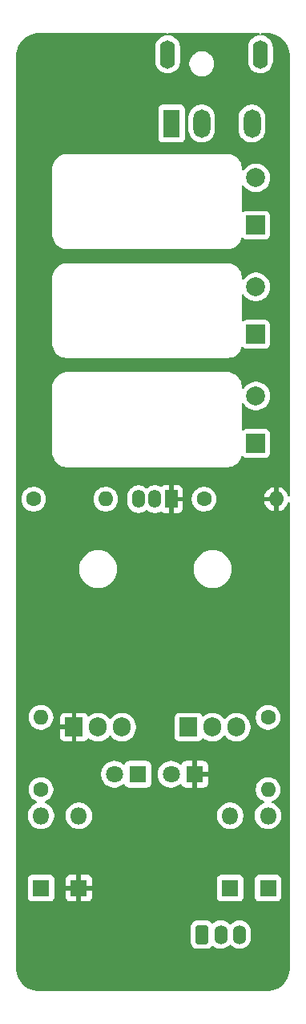
<source format=gbr>
%TF.GenerationSoftware,KiCad,Pcbnew,9.0.1*%
%TF.CreationDate,2025-05-19T14:39:27+10:00*%
%TF.ProjectId,Power,506f7765-722e-46b6-9963-61645f706362,rev?*%
%TF.SameCoordinates,Original*%
%TF.FileFunction,Copper,L3,Inr*%
%TF.FilePolarity,Positive*%
%FSLAX46Y46*%
G04 Gerber Fmt 4.6, Leading zero omitted, Abs format (unit mm)*
G04 Created by KiCad (PCBNEW 9.0.1) date 2025-05-19 14:39:27*
%MOMM*%
%LPD*%
G01*
G04 APERTURE LIST*
G04 Aperture macros list*
%AMRoundRect*
0 Rectangle with rounded corners*
0 $1 Rounding radius*
0 $2 $3 $4 $5 $6 $7 $8 $9 X,Y pos of 4 corners*
0 Add a 4 corners polygon primitive as box body*
4,1,4,$2,$3,$4,$5,$6,$7,$8,$9,$2,$3,0*
0 Add four circle primitives for the rounded corners*
1,1,$1+$1,$2,$3*
1,1,$1+$1,$4,$5*
1,1,$1+$1,$6,$7*
1,1,$1+$1,$8,$9*
0 Add four rect primitives between the rounded corners*
20,1,$1+$1,$2,$3,$4,$5,0*
20,1,$1+$1,$4,$5,$6,$7,0*
20,1,$1+$1,$6,$7,$8,$9,0*
20,1,$1+$1,$8,$9,$2,$3,0*%
G04 Aperture macros list end*
%TA.AperFunction,ComponentPad*%
%ADD10O,1.400000X2.000000*%
%TD*%
%TA.AperFunction,ComponentPad*%
%ADD11RoundRect,0.291666X-0.408334X-0.708334X0.408334X-0.708334X0.408334X0.708334X-0.408334X0.708334X0*%
%TD*%
%TA.AperFunction,ComponentPad*%
%ADD12R,2.000000X2.000000*%
%TD*%
%TA.AperFunction,ComponentPad*%
%ADD13C,2.000000*%
%TD*%
%TA.AperFunction,ComponentPad*%
%ADD14R,1.905000X2.000000*%
%TD*%
%TA.AperFunction,ComponentPad*%
%ADD15O,1.905000X2.000000*%
%TD*%
%TA.AperFunction,ComponentPad*%
%ADD16R,1.800000X1.800000*%
%TD*%
%TA.AperFunction,ComponentPad*%
%ADD17C,1.800000*%
%TD*%
%TA.AperFunction,ComponentPad*%
%ADD18O,1.800000X1.800000*%
%TD*%
%TA.AperFunction,ComponentPad*%
%ADD19O,1.800000X3.000000*%
%TD*%
%TA.AperFunction,ComponentPad*%
%ADD20R,1.800000X3.000000*%
%TD*%
%TA.AperFunction,ComponentPad*%
%ADD21O,1.600000X3.000000*%
%TD*%
%TA.AperFunction,ComponentPad*%
%ADD22C,1.600000*%
%TD*%
%TA.AperFunction,ComponentPad*%
%ADD23O,1.600000X1.600000*%
%TD*%
%TA.AperFunction,ComponentPad*%
%ADD24R,1.350000X1.900000*%
%TD*%
%TA.AperFunction,ComponentPad*%
%ADD25O,1.350000X1.900000*%
%TD*%
G04 APERTURE END LIST*
D10*
%TO.N,VSS*%
%TO.C,J2*%
X124160000Y-135550000D03*
%TO.N,VDD*%
X122160000Y-135550000D03*
D11*
%TO.N,GND*%
X120160000Y-135550000D03*
%TD*%
D12*
%TO.N,GND*%
%TO.C,C3*%
X125875000Y-83760000D03*
D13*
%TO.N,VSS*%
X125875000Y-78760000D03*
%TD*%
D14*
%TO.N,Net-(D1-K)*%
%TO.C,U1*%
X106660000Y-113680000D03*
D15*
%TO.N,VDD*%
X111740000Y-113680000D03*
%TO.N,Net-(D1-A)*%
X109200000Y-113680000D03*
%TD*%
D16*
%TO.N,VDD*%
%TO.C,C4*%
X113409999Y-118640000D03*
D17*
%TO.N,Net-(D2-A)*%
X110910001Y-118640000D03*
%TD*%
D16*
%TO.N,Net-(D1-K)*%
%TO.C,C5*%
X119409999Y-118640000D03*
D17*
%TO.N,VSS*%
X116910001Y-118640000D03*
%TD*%
D13*
%TO.N,VSS*%
%TO.C,C1*%
X125875000Y-55760000D03*
D12*
%TO.N,VDD*%
X125875000Y-60760000D03*
%TD*%
D16*
%TO.N,Net-(D2-K)*%
%TO.C,D2*%
X123160000Y-130640000D03*
D18*
%TO.N,Net-(D2-A)*%
X123160000Y-123020000D03*
%TD*%
D16*
%TO.N,GND*%
%TO.C,D4*%
X127160000Y-130640000D03*
D18*
%TO.N,VSS*%
X127160000Y-123020000D03*
%TD*%
D19*
%TO.N,VDD*%
%TO.C,J1*%
X125460001Y-50040000D03*
D20*
%TO.N,VSS*%
X116960000Y-50040000D03*
D19*
%TO.N,unconnected-(J1-Pad3)*%
X120160000Y-50040000D03*
D21*
%TO.N,GND*%
X126360000Y-42740000D03*
X116560000Y-42740000D03*
%TD*%
D22*
%TO.N,GND*%
%TO.C,R3*%
X103160000Y-120260000D03*
D23*
%TO.N,Net-(D1-A)*%
X103160000Y-112640000D03*
%TD*%
D13*
%TO.N,GND*%
%TO.C,C2*%
X125875000Y-67260000D03*
D12*
%TO.N,VDD*%
X125875000Y-72260000D03*
%TD*%
D22*
%TO.N,VSS*%
%TO.C,R2*%
X120390000Y-89640000D03*
D23*
%TO.N,Net-(D1-K)*%
X128010000Y-89640000D03*
%TD*%
D24*
%TO.N,Net-(D1-K)*%
%TO.C,U3*%
X116970001Y-89640000D03*
D25*
%TO.N,Net-(D2-A)*%
X115200001Y-89640000D03*
%TO.N,unconnected-(U3-Pad3)*%
X113470001Y-89640000D03*
%TD*%
D22*
%TO.N,Net-(D2-A)*%
%TO.C,R1*%
X102390000Y-89640000D03*
D23*
%TO.N,VDD*%
X110010000Y-89640000D03*
%TD*%
D22*
%TO.N,Net-(D2-K)*%
%TO.C,R4*%
X127160000Y-112640000D03*
D23*
%TO.N,GND*%
X127160000Y-120260000D03*
%TD*%
D14*
%TO.N,Net-(D2-A)*%
%TO.C,U2*%
X118760002Y-113680000D03*
D15*
%TO.N,VSS*%
X121300002Y-113680000D03*
%TO.N,Net-(D2-K)*%
X123840002Y-113680000D03*
%TD*%
D16*
%TO.N,VDD*%
%TO.C,D3*%
X103160000Y-130640000D03*
D18*
%TO.N,GND*%
X103160000Y-123020000D03*
%TD*%
D16*
%TO.N,Net-(D1-K)*%
%TO.C,D1*%
X107160000Y-130640000D03*
D18*
%TO.N,Net-(D1-A)*%
X107160000Y-123020000D03*
%TD*%
%TA.AperFunction,Conductor*%
%TO.N,Net-(D1-K)*%
G36*
X116458108Y-40520185D02*
G01*
X116503863Y-40572989D01*
X116513807Y-40642147D01*
X116484782Y-40705703D01*
X116426004Y-40743477D01*
X116410469Y-40746972D01*
X116393429Y-40749671D01*
X116255465Y-40771522D01*
X116060776Y-40834781D01*
X115878386Y-40927715D01*
X115712786Y-41048028D01*
X115568028Y-41192786D01*
X115447715Y-41358386D01*
X115354781Y-41540776D01*
X115291522Y-41735465D01*
X115259500Y-41937648D01*
X115259500Y-43542351D01*
X115291522Y-43744534D01*
X115354781Y-43939223D01*
X115447715Y-44121613D01*
X115568028Y-44287213D01*
X115712786Y-44431971D01*
X115867749Y-44544556D01*
X115878390Y-44552287D01*
X115994607Y-44611503D01*
X116060776Y-44645218D01*
X116060778Y-44645218D01*
X116060781Y-44645220D01*
X116165137Y-44679127D01*
X116255465Y-44708477D01*
X116356557Y-44724488D01*
X116457648Y-44740500D01*
X116457649Y-44740500D01*
X116662351Y-44740500D01*
X116662352Y-44740500D01*
X116864534Y-44708477D01*
X117059219Y-44645220D01*
X117241610Y-44552287D01*
X117334590Y-44484732D01*
X117407213Y-44431971D01*
X117407215Y-44431968D01*
X117407219Y-44431966D01*
X117551966Y-44287219D01*
X117551968Y-44287215D01*
X117551971Y-44287213D01*
X117604732Y-44214590D01*
X117672287Y-44121610D01*
X117765220Y-43939219D01*
X117828477Y-43744534D01*
X117845593Y-43636468D01*
X118844500Y-43636468D01*
X118844500Y-43843531D01*
X118876892Y-44048048D01*
X118940876Y-44244974D01*
X118940877Y-44244977D01*
X118962398Y-44287213D01*
X119034883Y-44429472D01*
X119156593Y-44596991D01*
X119303009Y-44743407D01*
X119470528Y-44865117D01*
X119561017Y-44911223D01*
X119655022Y-44959122D01*
X119655025Y-44959123D01*
X119753488Y-44991115D01*
X119851953Y-45023108D01*
X120056468Y-45055500D01*
X120056469Y-45055500D01*
X120263531Y-45055500D01*
X120263532Y-45055500D01*
X120468047Y-45023108D01*
X120664977Y-44959122D01*
X120849472Y-44865117D01*
X121016991Y-44743407D01*
X121163407Y-44596991D01*
X121285117Y-44429472D01*
X121379122Y-44244977D01*
X121443108Y-44048047D01*
X121475500Y-43843532D01*
X121475500Y-43636468D01*
X121443108Y-43431953D01*
X121379122Y-43235023D01*
X121379122Y-43235022D01*
X121285116Y-43050527D01*
X121163407Y-42883009D01*
X121016991Y-42736593D01*
X120849472Y-42614883D01*
X120664977Y-42520877D01*
X120664974Y-42520876D01*
X120468048Y-42456892D01*
X120365789Y-42440696D01*
X120263532Y-42424500D01*
X120056468Y-42424500D01*
X119988296Y-42435297D01*
X119851951Y-42456892D01*
X119655025Y-42520876D01*
X119655022Y-42520877D01*
X119470527Y-42614883D01*
X119374951Y-42684323D01*
X119303009Y-42736593D01*
X119303007Y-42736595D01*
X119303006Y-42736595D01*
X119156595Y-42883006D01*
X119156595Y-42883007D01*
X119156593Y-42883009D01*
X119119467Y-42934108D01*
X119034883Y-43050527D01*
X118940877Y-43235022D01*
X118940876Y-43235025D01*
X118876892Y-43431951D01*
X118844500Y-43636468D01*
X117845593Y-43636468D01*
X117860500Y-43542352D01*
X117860500Y-41937648D01*
X117843767Y-41832004D01*
X117828477Y-41735465D01*
X117780088Y-41586540D01*
X117765220Y-41540781D01*
X117765218Y-41540778D01*
X117765218Y-41540776D01*
X117731503Y-41474607D01*
X117672287Y-41358390D01*
X117664556Y-41347749D01*
X117551971Y-41192786D01*
X117407213Y-41048028D01*
X117241613Y-40927715D01*
X117241612Y-40927714D01*
X117241610Y-40927713D01*
X117184653Y-40898691D01*
X117059223Y-40834781D01*
X116864534Y-40771522D01*
X116728931Y-40750045D01*
X116709532Y-40746972D01*
X116646398Y-40717044D01*
X116609467Y-40657732D01*
X116610465Y-40587870D01*
X116649075Y-40529637D01*
X116713038Y-40501523D01*
X116728931Y-40500500D01*
X126191069Y-40500500D01*
X126258108Y-40520185D01*
X126303863Y-40572989D01*
X126313807Y-40642147D01*
X126284782Y-40705703D01*
X126226004Y-40743477D01*
X126210469Y-40746972D01*
X126193429Y-40749671D01*
X126055465Y-40771522D01*
X125860776Y-40834781D01*
X125678386Y-40927715D01*
X125512786Y-41048028D01*
X125368028Y-41192786D01*
X125247715Y-41358386D01*
X125154781Y-41540776D01*
X125091522Y-41735465D01*
X125059500Y-41937648D01*
X125059500Y-43542351D01*
X125091522Y-43744534D01*
X125154781Y-43939223D01*
X125247715Y-44121613D01*
X125368028Y-44287213D01*
X125512786Y-44431971D01*
X125667749Y-44544556D01*
X125678390Y-44552287D01*
X125794607Y-44611503D01*
X125860776Y-44645218D01*
X125860778Y-44645218D01*
X125860781Y-44645220D01*
X125965137Y-44679127D01*
X126055465Y-44708477D01*
X126156557Y-44724488D01*
X126257648Y-44740500D01*
X126257649Y-44740500D01*
X126462351Y-44740500D01*
X126462352Y-44740500D01*
X126664534Y-44708477D01*
X126859219Y-44645220D01*
X127041610Y-44552287D01*
X127134590Y-44484732D01*
X127207213Y-44431971D01*
X127207215Y-44431968D01*
X127207219Y-44431966D01*
X127351966Y-44287219D01*
X127351968Y-44287215D01*
X127351971Y-44287213D01*
X127404732Y-44214590D01*
X127472287Y-44121610D01*
X127565220Y-43939219D01*
X127628477Y-43744534D01*
X127660500Y-43542352D01*
X127660500Y-41937648D01*
X127643767Y-41832004D01*
X127628477Y-41735465D01*
X127580088Y-41586540D01*
X127565220Y-41540781D01*
X127565218Y-41540778D01*
X127565218Y-41540776D01*
X127531503Y-41474607D01*
X127472287Y-41358390D01*
X127464556Y-41347749D01*
X127351971Y-41192786D01*
X127207213Y-41048028D01*
X127041613Y-40927715D01*
X127041612Y-40927714D01*
X127041610Y-40927713D01*
X126984653Y-40898691D01*
X126859223Y-40834781D01*
X126664534Y-40771522D01*
X126528931Y-40750045D01*
X126509532Y-40746972D01*
X126446398Y-40717044D01*
X126409467Y-40657732D01*
X126410465Y-40587870D01*
X126449075Y-40529637D01*
X126513038Y-40501523D01*
X126528931Y-40500500D01*
X126934108Y-40500500D01*
X126996249Y-40500500D01*
X127003736Y-40500726D01*
X127293796Y-40518271D01*
X127308657Y-40520075D01*
X127590798Y-40571780D01*
X127605335Y-40575363D01*
X127879172Y-40660695D01*
X127893163Y-40666000D01*
X128154743Y-40783727D01*
X128167989Y-40790680D01*
X128413465Y-40939075D01*
X128425776Y-40947573D01*
X128553998Y-41048028D01*
X128651573Y-41124473D01*
X128662781Y-41134403D01*
X128865596Y-41337218D01*
X128875526Y-41348426D01*
X129026226Y-41540781D01*
X129052422Y-41574217D01*
X129060928Y-41586540D01*
X129209316Y-41832004D01*
X129216275Y-41845263D01*
X129333997Y-42106831D01*
X129339306Y-42120832D01*
X129424635Y-42394663D01*
X129428219Y-42409201D01*
X129479923Y-42691340D01*
X129481728Y-42706205D01*
X129499274Y-42996263D01*
X129499500Y-43003750D01*
X129499500Y-89234415D01*
X129479815Y-89301454D01*
X129427011Y-89347209D01*
X129357853Y-89357153D01*
X129294297Y-89328128D01*
X129257569Y-89272734D01*
X129214755Y-89140968D01*
X129121859Y-88958650D01*
X129001582Y-88793105D01*
X129001582Y-88793104D01*
X128856895Y-88648417D01*
X128691349Y-88528140D01*
X128509029Y-88435244D01*
X128314413Y-88372009D01*
X128260000Y-88363390D01*
X128260000Y-89324314D01*
X128255606Y-89319920D01*
X128164394Y-89267259D01*
X128062661Y-89240000D01*
X127957339Y-89240000D01*
X127855606Y-89267259D01*
X127764394Y-89319920D01*
X127760000Y-89324314D01*
X127760000Y-88363390D01*
X127705586Y-88372009D01*
X127510970Y-88435244D01*
X127328650Y-88528140D01*
X127163105Y-88648417D01*
X127163104Y-88648417D01*
X127018417Y-88793104D01*
X127018417Y-88793105D01*
X126898140Y-88958650D01*
X126805244Y-89140970D01*
X126742009Y-89335586D01*
X126733391Y-89390000D01*
X127694314Y-89390000D01*
X127689920Y-89394394D01*
X127637259Y-89485606D01*
X127610000Y-89587339D01*
X127610000Y-89692661D01*
X127637259Y-89794394D01*
X127689920Y-89885606D01*
X127694314Y-89890000D01*
X126733391Y-89890000D01*
X126742009Y-89944413D01*
X126805244Y-90139029D01*
X126898140Y-90321349D01*
X127018417Y-90486894D01*
X127018417Y-90486895D01*
X127163104Y-90631582D01*
X127328650Y-90751859D01*
X127510968Y-90844754D01*
X127705578Y-90907988D01*
X127760000Y-90916607D01*
X127760000Y-89955686D01*
X127764394Y-89960080D01*
X127855606Y-90012741D01*
X127957339Y-90040000D01*
X128062661Y-90040000D01*
X128164394Y-90012741D01*
X128255606Y-89960080D01*
X128260000Y-89955686D01*
X128260000Y-90916606D01*
X128314421Y-90907988D01*
X128509031Y-90844754D01*
X128691349Y-90751859D01*
X128856894Y-90631582D01*
X128856895Y-90631582D01*
X129001582Y-90486895D01*
X129001582Y-90486894D01*
X129121859Y-90321349D01*
X129214754Y-90139031D01*
X129257569Y-90007265D01*
X129297007Y-89949590D01*
X129361366Y-89922392D01*
X129430212Y-89934307D01*
X129481688Y-89981551D01*
X129499500Y-90045584D01*
X129499500Y-138996249D01*
X129499274Y-139003736D01*
X129481728Y-139293794D01*
X129479923Y-139308659D01*
X129428219Y-139590798D01*
X129424635Y-139605336D01*
X129339306Y-139879167D01*
X129333997Y-139893168D01*
X129216275Y-140154736D01*
X129209316Y-140167995D01*
X129060928Y-140413459D01*
X129052422Y-140425782D01*
X128875526Y-140651573D01*
X128865596Y-140662781D01*
X128662781Y-140865596D01*
X128651573Y-140875526D01*
X128425782Y-141052422D01*
X128413459Y-141060928D01*
X128167995Y-141209316D01*
X128154736Y-141216275D01*
X127893168Y-141333997D01*
X127879167Y-141339306D01*
X127605336Y-141424635D01*
X127590798Y-141428219D01*
X127308659Y-141479923D01*
X127293794Y-141481728D01*
X127003736Y-141499274D01*
X126996249Y-141499500D01*
X103003751Y-141499500D01*
X102996264Y-141499274D01*
X102706205Y-141481728D01*
X102691340Y-141479923D01*
X102409201Y-141428219D01*
X102394663Y-141424635D01*
X102120832Y-141339306D01*
X102106831Y-141333997D01*
X101845263Y-141216275D01*
X101832004Y-141209316D01*
X101586540Y-141060928D01*
X101574217Y-141052422D01*
X101348426Y-140875526D01*
X101337218Y-140865596D01*
X101134403Y-140662781D01*
X101124473Y-140651573D01*
X100947573Y-140425776D01*
X100939075Y-140413465D01*
X100790680Y-140167989D01*
X100783727Y-140154743D01*
X100666000Y-139893163D01*
X100660693Y-139879167D01*
X100575364Y-139605336D01*
X100571780Y-139590798D01*
X100520076Y-139308659D01*
X100518271Y-139293794D01*
X100500726Y-139003736D01*
X100500500Y-138996249D01*
X100500500Y-134797176D01*
X118959500Y-134797176D01*
X118959500Y-136302818D01*
X118959501Y-136302822D01*
X118974474Y-136435720D01*
X119033433Y-136604218D01*
X119128203Y-136755042D01*
X119128407Y-136755366D01*
X119254634Y-136881593D01*
X119405783Y-136976567D01*
X119490030Y-137006046D01*
X119574279Y-137035526D01*
X119659271Y-137045101D01*
X119707183Y-137050500D01*
X120612816Y-137050499D01*
X120612818Y-137050499D01*
X120612819Y-137050498D01*
X120745723Y-137035525D01*
X120914217Y-136976567D01*
X121065366Y-136881593D01*
X121191593Y-136755366D01*
X121191593Y-136755365D01*
X121191917Y-136755042D01*
X121253240Y-136721557D01*
X121322932Y-136726541D01*
X121367279Y-136755042D01*
X121377927Y-136765690D01*
X121530801Y-136876760D01*
X121610347Y-136917290D01*
X121699163Y-136962545D01*
X121699165Y-136962545D01*
X121699168Y-136962547D01*
X121742314Y-136976566D01*
X121878881Y-137020940D01*
X122065514Y-137050500D01*
X122065519Y-137050500D01*
X122254486Y-137050500D01*
X122441118Y-137020940D01*
X122620832Y-136962547D01*
X122789199Y-136876760D01*
X122942073Y-136765690D01*
X123072319Y-136635444D01*
X123133642Y-136601959D01*
X123203334Y-136606943D01*
X123247681Y-136635444D01*
X123377927Y-136765690D01*
X123530801Y-136876760D01*
X123610347Y-136917290D01*
X123699163Y-136962545D01*
X123699165Y-136962545D01*
X123699168Y-136962547D01*
X123742314Y-136976566D01*
X123878881Y-137020940D01*
X124065514Y-137050500D01*
X124065519Y-137050500D01*
X124254486Y-137050500D01*
X124441118Y-137020940D01*
X124620832Y-136962547D01*
X124789199Y-136876760D01*
X124942073Y-136765690D01*
X125075690Y-136632073D01*
X125186760Y-136479199D01*
X125272547Y-136310832D01*
X125330940Y-136131118D01*
X125360500Y-135944486D01*
X125360500Y-135155513D01*
X125330940Y-134968881D01*
X125272545Y-134789163D01*
X125186759Y-134620800D01*
X125075690Y-134467927D01*
X124942073Y-134334310D01*
X124789199Y-134223240D01*
X124779712Y-134218406D01*
X124620836Y-134137454D01*
X124441118Y-134079059D01*
X124254486Y-134049500D01*
X124254481Y-134049500D01*
X124065519Y-134049500D01*
X124065514Y-134049500D01*
X123878881Y-134079059D01*
X123699163Y-134137454D01*
X123530800Y-134223240D01*
X123443579Y-134286610D01*
X123377927Y-134334310D01*
X123377925Y-134334312D01*
X123377924Y-134334312D01*
X123247681Y-134464556D01*
X123186358Y-134498041D01*
X123116666Y-134493057D01*
X123072319Y-134464556D01*
X122942075Y-134334312D01*
X122942073Y-134334310D01*
X122789199Y-134223240D01*
X122779712Y-134218406D01*
X122620836Y-134137454D01*
X122441118Y-134079059D01*
X122254486Y-134049500D01*
X122254481Y-134049500D01*
X122065519Y-134049500D01*
X122065514Y-134049500D01*
X121878881Y-134079059D01*
X121699163Y-134137454D01*
X121530800Y-134223240D01*
X121443579Y-134286610D01*
X121377927Y-134334310D01*
X121377925Y-134334312D01*
X121377920Y-134334315D01*
X121367272Y-134344963D01*
X121305946Y-134378444D01*
X121236255Y-134373455D01*
X121191916Y-134344957D01*
X121065365Y-134218406D01*
X120914218Y-134123433D01*
X120745720Y-134064473D01*
X120612821Y-134049500D01*
X119707181Y-134049500D01*
X119707177Y-134049501D01*
X119574279Y-134064474D01*
X119405781Y-134123433D01*
X119254634Y-134218406D01*
X119128406Y-134344634D01*
X119033433Y-134495781D01*
X118974473Y-134664279D01*
X118959500Y-134797176D01*
X100500500Y-134797176D01*
X100500500Y-129692135D01*
X101759500Y-129692135D01*
X101759500Y-131587870D01*
X101759501Y-131587876D01*
X101765908Y-131647483D01*
X101816202Y-131782328D01*
X101816206Y-131782335D01*
X101902452Y-131897544D01*
X101902455Y-131897547D01*
X102017664Y-131983793D01*
X102017671Y-131983797D01*
X102152517Y-132034091D01*
X102152516Y-132034091D01*
X102159444Y-132034835D01*
X102212127Y-132040500D01*
X104107872Y-132040499D01*
X104167483Y-132034091D01*
X104302331Y-131983796D01*
X104417546Y-131897546D01*
X104503796Y-131782331D01*
X104554091Y-131647483D01*
X104560500Y-131587873D01*
X104560499Y-130580756D01*
X104560499Y-129692155D01*
X105760000Y-129692155D01*
X105760000Y-130390000D01*
X106784722Y-130390000D01*
X106740667Y-130466306D01*
X106710000Y-130580756D01*
X106710000Y-130699244D01*
X106740667Y-130813694D01*
X106784722Y-130890000D01*
X105760000Y-130890000D01*
X105760000Y-131587844D01*
X105766401Y-131647372D01*
X105766403Y-131647379D01*
X105816645Y-131782086D01*
X105816649Y-131782093D01*
X105902809Y-131897187D01*
X105902812Y-131897190D01*
X106017906Y-131983350D01*
X106017913Y-131983354D01*
X106152620Y-132033596D01*
X106152627Y-132033598D01*
X106212155Y-132039999D01*
X106212172Y-132040000D01*
X106910000Y-132040000D01*
X106910000Y-131015277D01*
X106986306Y-131059333D01*
X107100756Y-131090000D01*
X107219244Y-131090000D01*
X107333694Y-131059333D01*
X107410000Y-131015277D01*
X107410000Y-132040000D01*
X108107828Y-132040000D01*
X108107844Y-132039999D01*
X108167372Y-132033598D01*
X108167379Y-132033596D01*
X108302086Y-131983354D01*
X108302093Y-131983350D01*
X108417187Y-131897190D01*
X108417190Y-131897187D01*
X108503350Y-131782093D01*
X108503354Y-131782086D01*
X108553596Y-131647379D01*
X108553598Y-131647372D01*
X108559999Y-131587844D01*
X108560000Y-131587827D01*
X108560000Y-130890000D01*
X107535278Y-130890000D01*
X107579333Y-130813694D01*
X107610000Y-130699244D01*
X107610000Y-130580756D01*
X107579333Y-130466306D01*
X107535278Y-130390000D01*
X108560000Y-130390000D01*
X108560000Y-129692164D01*
X108559997Y-129692135D01*
X121759500Y-129692135D01*
X121759500Y-131587870D01*
X121759501Y-131587876D01*
X121765908Y-131647483D01*
X121816202Y-131782328D01*
X121816206Y-131782335D01*
X121902452Y-131897544D01*
X121902455Y-131897547D01*
X122017664Y-131983793D01*
X122017671Y-131983797D01*
X122152517Y-132034091D01*
X122152516Y-132034091D01*
X122159444Y-132034835D01*
X122212127Y-132040500D01*
X124107872Y-132040499D01*
X124167483Y-132034091D01*
X124302331Y-131983796D01*
X124417546Y-131897546D01*
X124503796Y-131782331D01*
X124554091Y-131647483D01*
X124560500Y-131587873D01*
X124560499Y-129692135D01*
X125759500Y-129692135D01*
X125759500Y-131587870D01*
X125759501Y-131587876D01*
X125765908Y-131647483D01*
X125816202Y-131782328D01*
X125816206Y-131782335D01*
X125902452Y-131897544D01*
X125902455Y-131897547D01*
X126017664Y-131983793D01*
X126017671Y-131983797D01*
X126152517Y-132034091D01*
X126152516Y-132034091D01*
X126159444Y-132034835D01*
X126212127Y-132040500D01*
X128107872Y-132040499D01*
X128167483Y-132034091D01*
X128302331Y-131983796D01*
X128417546Y-131897546D01*
X128503796Y-131782331D01*
X128554091Y-131647483D01*
X128560500Y-131587873D01*
X128560499Y-129692128D01*
X128554091Y-129632517D01*
X128503884Y-129497906D01*
X128503797Y-129497671D01*
X128503793Y-129497664D01*
X128417547Y-129382455D01*
X128417544Y-129382452D01*
X128302335Y-129296206D01*
X128302328Y-129296202D01*
X128167482Y-129245908D01*
X128167483Y-129245908D01*
X128107883Y-129239501D01*
X128107881Y-129239500D01*
X128107873Y-129239500D01*
X128107864Y-129239500D01*
X126212129Y-129239500D01*
X126212123Y-129239501D01*
X126152516Y-129245908D01*
X126017671Y-129296202D01*
X126017664Y-129296206D01*
X125902455Y-129382452D01*
X125902452Y-129382455D01*
X125816206Y-129497664D01*
X125816202Y-129497671D01*
X125765908Y-129632517D01*
X125759501Y-129692116D01*
X125759501Y-129692123D01*
X125759500Y-129692135D01*
X124560499Y-129692135D01*
X124560499Y-129692128D01*
X124554091Y-129632517D01*
X124503884Y-129497906D01*
X124503797Y-129497671D01*
X124503793Y-129497664D01*
X124417547Y-129382455D01*
X124417544Y-129382452D01*
X124302335Y-129296206D01*
X124302328Y-129296202D01*
X124167482Y-129245908D01*
X124167483Y-129245908D01*
X124107883Y-129239501D01*
X124107881Y-129239500D01*
X124107873Y-129239500D01*
X124107864Y-129239500D01*
X122212129Y-129239500D01*
X122212123Y-129239501D01*
X122152516Y-129245908D01*
X122017671Y-129296202D01*
X122017664Y-129296206D01*
X121902455Y-129382452D01*
X121902452Y-129382455D01*
X121816206Y-129497664D01*
X121816202Y-129497671D01*
X121765908Y-129632517D01*
X121759501Y-129692116D01*
X121759501Y-129692123D01*
X121759500Y-129692135D01*
X108559997Y-129692135D01*
X108553598Y-129632627D01*
X108553596Y-129632620D01*
X108503354Y-129497913D01*
X108503350Y-129497906D01*
X108417190Y-129382812D01*
X108417187Y-129382809D01*
X108302093Y-129296649D01*
X108302086Y-129296645D01*
X108167379Y-129246403D01*
X108167372Y-129246401D01*
X108107844Y-129240000D01*
X107410000Y-129240000D01*
X107410000Y-130264722D01*
X107333694Y-130220667D01*
X107219244Y-130190000D01*
X107100756Y-130190000D01*
X106986306Y-130220667D01*
X106910000Y-130264722D01*
X106910000Y-129240000D01*
X106212155Y-129240000D01*
X106152627Y-129246401D01*
X106152620Y-129246403D01*
X106017913Y-129296645D01*
X106017906Y-129296649D01*
X105902812Y-129382809D01*
X105902809Y-129382812D01*
X105816649Y-129497906D01*
X105816645Y-129497913D01*
X105766403Y-129632620D01*
X105766401Y-129632627D01*
X105760000Y-129692155D01*
X104560499Y-129692155D01*
X104560499Y-129692129D01*
X104560498Y-129692123D01*
X104560497Y-129692116D01*
X104554091Y-129632517D01*
X104503884Y-129497906D01*
X104503797Y-129497671D01*
X104503793Y-129497664D01*
X104417547Y-129382455D01*
X104417544Y-129382452D01*
X104302335Y-129296206D01*
X104302328Y-129296202D01*
X104167482Y-129245908D01*
X104167483Y-129245908D01*
X104107883Y-129239501D01*
X104107881Y-129239500D01*
X104107873Y-129239500D01*
X104107864Y-129239500D01*
X102212129Y-129239500D01*
X102212123Y-129239501D01*
X102152516Y-129245908D01*
X102017671Y-129296202D01*
X102017664Y-129296206D01*
X101902455Y-129382452D01*
X101902452Y-129382455D01*
X101816206Y-129497664D01*
X101816202Y-129497671D01*
X101765908Y-129632517D01*
X101759501Y-129692116D01*
X101759501Y-129692123D01*
X101759500Y-129692135D01*
X100500500Y-129692135D01*
X100500500Y-122909778D01*
X101759500Y-122909778D01*
X101759500Y-123130221D01*
X101793985Y-123347952D01*
X101862103Y-123557603D01*
X101862104Y-123557606D01*
X101962187Y-123754025D01*
X102091752Y-123932358D01*
X102091756Y-123932363D01*
X102247636Y-124088243D01*
X102247641Y-124088247D01*
X102403192Y-124201260D01*
X102425978Y-124217815D01*
X102554375Y-124283237D01*
X102622393Y-124317895D01*
X102622396Y-124317896D01*
X102727221Y-124351955D01*
X102832049Y-124386015D01*
X103049778Y-124420500D01*
X103049779Y-124420500D01*
X103270221Y-124420500D01*
X103270222Y-124420500D01*
X103487951Y-124386015D01*
X103697606Y-124317895D01*
X103894022Y-124217815D01*
X104072365Y-124088242D01*
X104228242Y-123932365D01*
X104357815Y-123754022D01*
X104457895Y-123557606D01*
X104526015Y-123347951D01*
X104560500Y-123130222D01*
X104560500Y-122909778D01*
X105759500Y-122909778D01*
X105759500Y-123130221D01*
X105793985Y-123347952D01*
X105862103Y-123557603D01*
X105862104Y-123557606D01*
X105962187Y-123754025D01*
X106091752Y-123932358D01*
X106091756Y-123932363D01*
X106247636Y-124088243D01*
X106247641Y-124088247D01*
X106403192Y-124201260D01*
X106425978Y-124217815D01*
X106554375Y-124283237D01*
X106622393Y-124317895D01*
X106622396Y-124317896D01*
X106727221Y-124351955D01*
X106832049Y-124386015D01*
X107049778Y-124420500D01*
X107049779Y-124420500D01*
X107270221Y-124420500D01*
X107270222Y-124420500D01*
X107487951Y-124386015D01*
X107697606Y-124317895D01*
X107894022Y-124217815D01*
X108072365Y-124088242D01*
X108228242Y-123932365D01*
X108357815Y-123754022D01*
X108457895Y-123557606D01*
X108526015Y-123347951D01*
X108560500Y-123130222D01*
X108560500Y-122909778D01*
X121759500Y-122909778D01*
X121759500Y-123130221D01*
X121793985Y-123347952D01*
X121862103Y-123557603D01*
X121862104Y-123557606D01*
X121962187Y-123754025D01*
X122091752Y-123932358D01*
X122091756Y-123932363D01*
X122247636Y-124088243D01*
X122247641Y-124088247D01*
X122403192Y-124201260D01*
X122425978Y-124217815D01*
X122554375Y-124283237D01*
X122622393Y-124317895D01*
X122622396Y-124317896D01*
X122727221Y-124351955D01*
X122832049Y-124386015D01*
X123049778Y-124420500D01*
X123049779Y-124420500D01*
X123270221Y-124420500D01*
X123270222Y-124420500D01*
X123487951Y-124386015D01*
X123697606Y-124317895D01*
X123894022Y-124217815D01*
X124072365Y-124088242D01*
X124228242Y-123932365D01*
X124357815Y-123754022D01*
X124457895Y-123557606D01*
X124526015Y-123347951D01*
X124560500Y-123130222D01*
X124560500Y-122909778D01*
X125759500Y-122909778D01*
X125759500Y-123130221D01*
X125793985Y-123347952D01*
X125862103Y-123557603D01*
X125862104Y-123557606D01*
X125962187Y-123754025D01*
X126091752Y-123932358D01*
X126091756Y-123932363D01*
X126247636Y-124088243D01*
X126247641Y-124088247D01*
X126403192Y-124201260D01*
X126425978Y-124217815D01*
X126554375Y-124283237D01*
X126622393Y-124317895D01*
X126622396Y-124317896D01*
X126727221Y-124351955D01*
X126832049Y-124386015D01*
X127049778Y-124420500D01*
X127049779Y-124420500D01*
X127270221Y-124420500D01*
X127270222Y-124420500D01*
X127487951Y-124386015D01*
X127697606Y-124317895D01*
X127894022Y-124217815D01*
X128072365Y-124088242D01*
X128228242Y-123932365D01*
X128357815Y-123754022D01*
X128457895Y-123557606D01*
X128526015Y-123347951D01*
X128560500Y-123130222D01*
X128560500Y-122909778D01*
X128526015Y-122692049D01*
X128457895Y-122482394D01*
X128457895Y-122482393D01*
X128423237Y-122414375D01*
X128357815Y-122285978D01*
X128341260Y-122263192D01*
X128228247Y-122107641D01*
X128228243Y-122107636D01*
X128072363Y-121951756D01*
X128072358Y-121951752D01*
X127894025Y-121822187D01*
X127894024Y-121822186D01*
X127894022Y-121822185D01*
X127831096Y-121790122D01*
X127697606Y-121722104D01*
X127646060Y-121705356D01*
X127588385Y-121665918D01*
X127561187Y-121601559D01*
X127573102Y-121532712D01*
X127620347Y-121481237D01*
X127646056Y-121469496D01*
X127659219Y-121465220D01*
X127841610Y-121372287D01*
X127934590Y-121304732D01*
X128007213Y-121251971D01*
X128007215Y-121251968D01*
X128007219Y-121251966D01*
X128151966Y-121107219D01*
X128151968Y-121107215D01*
X128151971Y-121107213D01*
X128204732Y-121034590D01*
X128272287Y-120941610D01*
X128365220Y-120759219D01*
X128428477Y-120564534D01*
X128460500Y-120362352D01*
X128460500Y-120157648D01*
X128432894Y-119983354D01*
X128428477Y-119955465D01*
X128372221Y-119782328D01*
X128365220Y-119760781D01*
X128365218Y-119760778D01*
X128365218Y-119760776D01*
X128310472Y-119653333D01*
X128272287Y-119578390D01*
X128253379Y-119552365D01*
X128151971Y-119412786D01*
X128007213Y-119268028D01*
X127841613Y-119147715D01*
X127841612Y-119147714D01*
X127841610Y-119147713D01*
X127784653Y-119118691D01*
X127659223Y-119054781D01*
X127464534Y-118991522D01*
X127289995Y-118963878D01*
X127262352Y-118959500D01*
X127057648Y-118959500D01*
X127033329Y-118963351D01*
X126855465Y-118991522D01*
X126660776Y-119054781D01*
X126478386Y-119147715D01*
X126312786Y-119268028D01*
X126168028Y-119412786D01*
X126047715Y-119578386D01*
X125954781Y-119760776D01*
X125891522Y-119955465D01*
X125859500Y-120157648D01*
X125859500Y-120362351D01*
X125891522Y-120564534D01*
X125954781Y-120759223D01*
X126047715Y-120941613D01*
X126168028Y-121107213D01*
X126312786Y-121251971D01*
X126467749Y-121364556D01*
X126478390Y-121372287D01*
X126660781Y-121465220D01*
X126673935Y-121469494D01*
X126731611Y-121508928D01*
X126758811Y-121573286D01*
X126746899Y-121642133D01*
X126699657Y-121693610D01*
X126673940Y-121705355D01*
X126622401Y-121722101D01*
X126622393Y-121722104D01*
X126425974Y-121822187D01*
X126247641Y-121951752D01*
X126247636Y-121951756D01*
X126091756Y-122107636D01*
X126091752Y-122107641D01*
X125962187Y-122285974D01*
X125862104Y-122482393D01*
X125862103Y-122482396D01*
X125793985Y-122692047D01*
X125759500Y-122909778D01*
X124560500Y-122909778D01*
X124526015Y-122692049D01*
X124457895Y-122482394D01*
X124457895Y-122482393D01*
X124423237Y-122414375D01*
X124357815Y-122285978D01*
X124341260Y-122263192D01*
X124228247Y-122107641D01*
X124228243Y-122107636D01*
X124072363Y-121951756D01*
X124072358Y-121951752D01*
X123894025Y-121822187D01*
X123894024Y-121822186D01*
X123894022Y-121822185D01*
X123831096Y-121790122D01*
X123697606Y-121722104D01*
X123697603Y-121722103D01*
X123487952Y-121653985D01*
X123379086Y-121636742D01*
X123270222Y-121619500D01*
X123049778Y-121619500D01*
X122977201Y-121630995D01*
X122832047Y-121653985D01*
X122622396Y-121722103D01*
X122622393Y-121722104D01*
X122425974Y-121822187D01*
X122247641Y-121951752D01*
X122247636Y-121951756D01*
X122091756Y-122107636D01*
X122091752Y-122107641D01*
X121962187Y-122285974D01*
X121862104Y-122482393D01*
X121862103Y-122482396D01*
X121793985Y-122692047D01*
X121759500Y-122909778D01*
X108560500Y-122909778D01*
X108526015Y-122692049D01*
X108457895Y-122482394D01*
X108457895Y-122482393D01*
X108423237Y-122414375D01*
X108357815Y-122285978D01*
X108341260Y-122263192D01*
X108228247Y-122107641D01*
X108228243Y-122107636D01*
X108072363Y-121951756D01*
X108072358Y-121951752D01*
X107894025Y-121822187D01*
X107894024Y-121822186D01*
X107894022Y-121822185D01*
X107831096Y-121790122D01*
X107697606Y-121722104D01*
X107697603Y-121722103D01*
X107487952Y-121653985D01*
X107379086Y-121636742D01*
X107270222Y-121619500D01*
X107049778Y-121619500D01*
X106977201Y-121630995D01*
X106832047Y-121653985D01*
X106622396Y-121722103D01*
X106622393Y-121722104D01*
X106425974Y-121822187D01*
X106247641Y-121951752D01*
X106247636Y-121951756D01*
X106091756Y-122107636D01*
X106091752Y-122107641D01*
X105962187Y-122285974D01*
X105862104Y-122482393D01*
X105862103Y-122482396D01*
X105793985Y-122692047D01*
X105759500Y-122909778D01*
X104560500Y-122909778D01*
X104526015Y-122692049D01*
X104457895Y-122482394D01*
X104457895Y-122482393D01*
X104423237Y-122414375D01*
X104357815Y-122285978D01*
X104341260Y-122263192D01*
X104228247Y-122107641D01*
X104228243Y-122107636D01*
X104072363Y-121951756D01*
X104072358Y-121951752D01*
X103894025Y-121822187D01*
X103894024Y-121822186D01*
X103894022Y-121822185D01*
X103831096Y-121790122D01*
X103697606Y-121722104D01*
X103646060Y-121705356D01*
X103588385Y-121665918D01*
X103561187Y-121601559D01*
X103573102Y-121532712D01*
X103620347Y-121481237D01*
X103646056Y-121469496D01*
X103659219Y-121465220D01*
X103841610Y-121372287D01*
X103934590Y-121304732D01*
X104007213Y-121251971D01*
X104007215Y-121251968D01*
X104007219Y-121251966D01*
X104151966Y-121107219D01*
X104151968Y-121107215D01*
X104151971Y-121107213D01*
X104204732Y-121034590D01*
X104272287Y-120941610D01*
X104365220Y-120759219D01*
X104428477Y-120564534D01*
X104460500Y-120362352D01*
X104460500Y-120157648D01*
X104432894Y-119983354D01*
X104428477Y-119955465D01*
X104372221Y-119782328D01*
X104365220Y-119760781D01*
X104365218Y-119760778D01*
X104365218Y-119760776D01*
X104310472Y-119653333D01*
X104272287Y-119578390D01*
X104253379Y-119552365D01*
X104151971Y-119412786D01*
X104007213Y-119268028D01*
X103841613Y-119147715D01*
X103841612Y-119147714D01*
X103841610Y-119147713D01*
X103784653Y-119118691D01*
X103659223Y-119054781D01*
X103464534Y-118991522D01*
X103289995Y-118963878D01*
X103262352Y-118959500D01*
X103057648Y-118959500D01*
X103033329Y-118963351D01*
X102855465Y-118991522D01*
X102660776Y-119054781D01*
X102478386Y-119147715D01*
X102312786Y-119268028D01*
X102168028Y-119412786D01*
X102047715Y-119578386D01*
X101954781Y-119760776D01*
X101891522Y-119955465D01*
X101859500Y-120157648D01*
X101859500Y-120362351D01*
X101891522Y-120564534D01*
X101954781Y-120759223D01*
X102047715Y-120941613D01*
X102168028Y-121107213D01*
X102312786Y-121251971D01*
X102467749Y-121364556D01*
X102478390Y-121372287D01*
X102660781Y-121465220D01*
X102673935Y-121469494D01*
X102731611Y-121508928D01*
X102758811Y-121573286D01*
X102746899Y-121642133D01*
X102699657Y-121693610D01*
X102673940Y-121705355D01*
X102622401Y-121722101D01*
X102622393Y-121722104D01*
X102425974Y-121822187D01*
X102247641Y-121951752D01*
X102247636Y-121951756D01*
X102091756Y-122107636D01*
X102091752Y-122107641D01*
X101962187Y-122285974D01*
X101862104Y-122482393D01*
X101862103Y-122482396D01*
X101793985Y-122692047D01*
X101759500Y-122909778D01*
X100500500Y-122909778D01*
X100500500Y-118529778D01*
X109509501Y-118529778D01*
X109509501Y-118750221D01*
X109543986Y-118967952D01*
X109612104Y-119177603D01*
X109612105Y-119177606D01*
X109712188Y-119374025D01*
X109841753Y-119552358D01*
X109841757Y-119552363D01*
X109997637Y-119708243D01*
X109997642Y-119708247D01*
X110099607Y-119782328D01*
X110175979Y-119837815D01*
X110304376Y-119903237D01*
X110372394Y-119937895D01*
X110372397Y-119937896D01*
X110477222Y-119971955D01*
X110582050Y-120006015D01*
X110799779Y-120040500D01*
X110799780Y-120040500D01*
X111020222Y-120040500D01*
X111020223Y-120040500D01*
X111237952Y-120006015D01*
X111447607Y-119937895D01*
X111644023Y-119837815D01*
X111822366Y-119708242D01*
X111843401Y-119687206D01*
X111904721Y-119653721D01*
X111974413Y-119658704D01*
X112030348Y-119700575D01*
X112047264Y-119731554D01*
X112066201Y-119782328D01*
X112066205Y-119782335D01*
X112152451Y-119897544D01*
X112152454Y-119897547D01*
X112267663Y-119983793D01*
X112267670Y-119983797D01*
X112402516Y-120034091D01*
X112402515Y-120034091D01*
X112409443Y-120034835D01*
X112462126Y-120040500D01*
X114357871Y-120040499D01*
X114417482Y-120034091D01*
X114552330Y-119983796D01*
X114667545Y-119897546D01*
X114753795Y-119782331D01*
X114804090Y-119647483D01*
X114810499Y-119587873D01*
X114810498Y-118529778D01*
X115509501Y-118529778D01*
X115509501Y-118750221D01*
X115543986Y-118967952D01*
X115612104Y-119177603D01*
X115612105Y-119177606D01*
X115712188Y-119374025D01*
X115841753Y-119552358D01*
X115841757Y-119552363D01*
X115997637Y-119708243D01*
X115997642Y-119708247D01*
X116099607Y-119782328D01*
X116175979Y-119837815D01*
X116304376Y-119903237D01*
X116372394Y-119937895D01*
X116372397Y-119937896D01*
X116477222Y-119971955D01*
X116582050Y-120006015D01*
X116799779Y-120040500D01*
X116799780Y-120040500D01*
X117020222Y-120040500D01*
X117020223Y-120040500D01*
X117237952Y-120006015D01*
X117447607Y-119937895D01*
X117644023Y-119837815D01*
X117822366Y-119708242D01*
X117843789Y-119686818D01*
X117905109Y-119653333D01*
X117974801Y-119658316D01*
X118030736Y-119700187D01*
X118047652Y-119731165D01*
X118066645Y-119782087D01*
X118066648Y-119782093D01*
X118152808Y-119897187D01*
X118152811Y-119897190D01*
X118267905Y-119983350D01*
X118267912Y-119983354D01*
X118402619Y-120033596D01*
X118402626Y-120033598D01*
X118462154Y-120039999D01*
X118462171Y-120040000D01*
X119159999Y-120040000D01*
X119159999Y-118955686D01*
X119164393Y-118960080D01*
X119255605Y-119012741D01*
X119357338Y-119040000D01*
X119462660Y-119040000D01*
X119564393Y-119012741D01*
X119655605Y-118960080D01*
X119659999Y-118955686D01*
X119659999Y-120040000D01*
X120357827Y-120040000D01*
X120357843Y-120039999D01*
X120417371Y-120033598D01*
X120417378Y-120033596D01*
X120552085Y-119983354D01*
X120552092Y-119983350D01*
X120667186Y-119897190D01*
X120667189Y-119897187D01*
X120753349Y-119782093D01*
X120753353Y-119782086D01*
X120803595Y-119647379D01*
X120803597Y-119647372D01*
X120809998Y-119587844D01*
X120809999Y-119587827D01*
X120809999Y-118890000D01*
X119725685Y-118890000D01*
X119730079Y-118885606D01*
X119782740Y-118794394D01*
X119809999Y-118692661D01*
X119809999Y-118587339D01*
X119782740Y-118485606D01*
X119730079Y-118394394D01*
X119725685Y-118390000D01*
X120809999Y-118390000D01*
X120809999Y-117692172D01*
X120809998Y-117692155D01*
X120803597Y-117632627D01*
X120803595Y-117632620D01*
X120753353Y-117497913D01*
X120753349Y-117497906D01*
X120667189Y-117382812D01*
X120667186Y-117382809D01*
X120552092Y-117296649D01*
X120552085Y-117296645D01*
X120417378Y-117246403D01*
X120417371Y-117246401D01*
X120357843Y-117240000D01*
X119659999Y-117240000D01*
X119659999Y-118324314D01*
X119655605Y-118319920D01*
X119564393Y-118267259D01*
X119462660Y-118240000D01*
X119357338Y-118240000D01*
X119255605Y-118267259D01*
X119164393Y-118319920D01*
X119159999Y-118324314D01*
X119159999Y-117240000D01*
X118462154Y-117240000D01*
X118402626Y-117246401D01*
X118402619Y-117246403D01*
X118267912Y-117296645D01*
X118267905Y-117296649D01*
X118152811Y-117382809D01*
X118152808Y-117382812D01*
X118066648Y-117497906D01*
X118066643Y-117497915D01*
X118047651Y-117548835D01*
X118005780Y-117604768D01*
X117940315Y-117629184D01*
X117872042Y-117614332D01*
X117843789Y-117593181D01*
X117822364Y-117571756D01*
X117822359Y-117571752D01*
X117644026Y-117442187D01*
X117644025Y-117442186D01*
X117644023Y-117442185D01*
X117581097Y-117410122D01*
X117447607Y-117342104D01*
X117447604Y-117342103D01*
X117237953Y-117273985D01*
X117129087Y-117256742D01*
X117020223Y-117239500D01*
X116799779Y-117239500D01*
X116727202Y-117250995D01*
X116582048Y-117273985D01*
X116372397Y-117342103D01*
X116372394Y-117342104D01*
X116175975Y-117442187D01*
X115997642Y-117571752D01*
X115997637Y-117571756D01*
X115841757Y-117727636D01*
X115841753Y-117727641D01*
X115712188Y-117905974D01*
X115612105Y-118102393D01*
X115612104Y-118102396D01*
X115543986Y-118312047D01*
X115509501Y-118529778D01*
X114810498Y-118529778D01*
X114810498Y-117692128D01*
X114804090Y-117632517D01*
X114802702Y-117628796D01*
X114753796Y-117497671D01*
X114753792Y-117497664D01*
X114667546Y-117382455D01*
X114667543Y-117382452D01*
X114552334Y-117296206D01*
X114552327Y-117296202D01*
X114417481Y-117245908D01*
X114417482Y-117245908D01*
X114357882Y-117239501D01*
X114357880Y-117239500D01*
X114357872Y-117239500D01*
X114357863Y-117239500D01*
X112462128Y-117239500D01*
X112462122Y-117239501D01*
X112402515Y-117245908D01*
X112267670Y-117296202D01*
X112267663Y-117296206D01*
X112152454Y-117382452D01*
X112152451Y-117382455D01*
X112066205Y-117497664D01*
X112066202Y-117497669D01*
X112047264Y-117548446D01*
X112005392Y-117604379D01*
X111939928Y-117628796D01*
X111871655Y-117613944D01*
X111843401Y-117592793D01*
X111822364Y-117571756D01*
X111822359Y-117571752D01*
X111644026Y-117442187D01*
X111644025Y-117442186D01*
X111644023Y-117442185D01*
X111581097Y-117410122D01*
X111447607Y-117342104D01*
X111447604Y-117342103D01*
X111237953Y-117273985D01*
X111129087Y-117256742D01*
X111020223Y-117239500D01*
X110799779Y-117239500D01*
X110727202Y-117250995D01*
X110582048Y-117273985D01*
X110372397Y-117342103D01*
X110372394Y-117342104D01*
X110175975Y-117442187D01*
X109997642Y-117571752D01*
X109997637Y-117571756D01*
X109841757Y-117727636D01*
X109841753Y-117727641D01*
X109712188Y-117905974D01*
X109612105Y-118102393D01*
X109612104Y-118102396D01*
X109543986Y-118312047D01*
X109509501Y-118529778D01*
X100500500Y-118529778D01*
X100500500Y-112537648D01*
X101859500Y-112537648D01*
X101859500Y-112742351D01*
X101891522Y-112944534D01*
X101954781Y-113139223D01*
X102018691Y-113264653D01*
X102032753Y-113292250D01*
X102047715Y-113321613D01*
X102168028Y-113487213D01*
X102312786Y-113631971D01*
X102467749Y-113744556D01*
X102478390Y-113752287D01*
X102594607Y-113811503D01*
X102660776Y-113845218D01*
X102660778Y-113845218D01*
X102660781Y-113845220D01*
X102765137Y-113879127D01*
X102855465Y-113908477D01*
X102956557Y-113924488D01*
X103057648Y-113940500D01*
X103057649Y-113940500D01*
X103262351Y-113940500D01*
X103262352Y-113940500D01*
X103464534Y-113908477D01*
X103659219Y-113845220D01*
X103841610Y-113752287D01*
X103862770Y-113736913D01*
X104007213Y-113631971D01*
X104007215Y-113631968D01*
X104007219Y-113631966D01*
X104151966Y-113487219D01*
X104151968Y-113487215D01*
X104151971Y-113487213D01*
X104204732Y-113414590D01*
X104272287Y-113321610D01*
X104365220Y-113139219D01*
X104428477Y-112944534D01*
X104460500Y-112742352D01*
X104460500Y-112632155D01*
X105207500Y-112632155D01*
X105207500Y-113430000D01*
X106169252Y-113430000D01*
X106147482Y-113467708D01*
X106110000Y-113607591D01*
X106110000Y-113752409D01*
X106147482Y-113892292D01*
X106169252Y-113930000D01*
X105207500Y-113930000D01*
X105207500Y-114727844D01*
X105213901Y-114787372D01*
X105213903Y-114787379D01*
X105264145Y-114922086D01*
X105264149Y-114922093D01*
X105350309Y-115037187D01*
X105350312Y-115037190D01*
X105465406Y-115123350D01*
X105465413Y-115123354D01*
X105600120Y-115173596D01*
X105600127Y-115173598D01*
X105659655Y-115179999D01*
X105659672Y-115180000D01*
X106410000Y-115180000D01*
X106410000Y-114170747D01*
X106447708Y-114192518D01*
X106587591Y-114230000D01*
X106732409Y-114230000D01*
X106872292Y-114192518D01*
X106910000Y-114170747D01*
X106910000Y-115180000D01*
X107660328Y-115180000D01*
X107660344Y-115179999D01*
X107719872Y-115173598D01*
X107719879Y-115173596D01*
X107854586Y-115123354D01*
X107854593Y-115123350D01*
X107969687Y-115037190D01*
X107969690Y-115037187D01*
X108055850Y-114922093D01*
X108055854Y-114922086D01*
X108066272Y-114894155D01*
X108108143Y-114838221D01*
X108173607Y-114813804D01*
X108241880Y-114828655D01*
X108255331Y-114837164D01*
X108438462Y-114970217D01*
X108569904Y-115037190D01*
X108642244Y-115074049D01*
X108859751Y-115144721D01*
X108859752Y-115144721D01*
X108859755Y-115144722D01*
X109085646Y-115180500D01*
X109085647Y-115180500D01*
X109314353Y-115180500D01*
X109314354Y-115180500D01*
X109540245Y-115144722D01*
X109540248Y-115144721D01*
X109540249Y-115144721D01*
X109757755Y-115074049D01*
X109757755Y-115074048D01*
X109757758Y-115074048D01*
X109961538Y-114970217D01*
X110146566Y-114835786D01*
X110308286Y-114674066D01*
X110369683Y-114589559D01*
X110425012Y-114546896D01*
X110494625Y-114540917D01*
X110556420Y-114573523D01*
X110570314Y-114589556D01*
X110631714Y-114674066D01*
X110793434Y-114835786D01*
X110978462Y-114970217D01*
X111109904Y-115037190D01*
X111182244Y-115074049D01*
X111399751Y-115144721D01*
X111399752Y-115144721D01*
X111399755Y-115144722D01*
X111625646Y-115180500D01*
X111625647Y-115180500D01*
X111854353Y-115180500D01*
X111854354Y-115180500D01*
X112080245Y-115144722D01*
X112080248Y-115144721D01*
X112080249Y-115144721D01*
X112297755Y-115074049D01*
X112297755Y-115074048D01*
X112297758Y-115074048D01*
X112501538Y-114970217D01*
X112686566Y-114835786D01*
X112848286Y-114674066D01*
X112982717Y-114489038D01*
X113086548Y-114285258D01*
X113157222Y-114067745D01*
X113193000Y-113841854D01*
X113193000Y-113518146D01*
X113157222Y-113292255D01*
X113157221Y-113292251D01*
X113157221Y-113292250D01*
X113086549Y-113074744D01*
X113086548Y-113074742D01*
X112982717Y-112870962D01*
X112848286Y-112685934D01*
X112794487Y-112632135D01*
X117307002Y-112632135D01*
X117307002Y-114727870D01*
X117307003Y-114727876D01*
X117313410Y-114787483D01*
X117363704Y-114922328D01*
X117363708Y-114922335D01*
X117449954Y-115037544D01*
X117449957Y-115037547D01*
X117565166Y-115123793D01*
X117565173Y-115123797D01*
X117700019Y-115174091D01*
X117700018Y-115174091D01*
X117706946Y-115174835D01*
X117759629Y-115180500D01*
X119760374Y-115180499D01*
X119819985Y-115174091D01*
X119954833Y-115123796D01*
X120070048Y-115037546D01*
X120156298Y-114922331D01*
X120166692Y-114894460D01*
X120208562Y-114838527D01*
X120274025Y-114814108D01*
X120342299Y-114828958D01*
X120355748Y-114837465D01*
X120538464Y-114970217D01*
X120669906Y-115037190D01*
X120742246Y-115074049D01*
X120959753Y-115144721D01*
X120959754Y-115144721D01*
X120959757Y-115144722D01*
X121185648Y-115180500D01*
X121185649Y-115180500D01*
X121414355Y-115180500D01*
X121414356Y-115180500D01*
X121640247Y-115144722D01*
X121640250Y-115144721D01*
X121640251Y-115144721D01*
X121857757Y-115074049D01*
X121857757Y-115074048D01*
X121857760Y-115074048D01*
X122061540Y-114970217D01*
X122246568Y-114835786D01*
X122408288Y-114674066D01*
X122469685Y-114589559D01*
X122525014Y-114546896D01*
X122594627Y-114540917D01*
X122656422Y-114573523D01*
X122670316Y-114589556D01*
X122731716Y-114674066D01*
X122893436Y-114835786D01*
X123078464Y-114970217D01*
X123209906Y-115037190D01*
X123282246Y-115074049D01*
X123499753Y-115144721D01*
X123499754Y-115144721D01*
X123499757Y-115144722D01*
X123725648Y-115180500D01*
X123725649Y-115180500D01*
X123954355Y-115180500D01*
X123954356Y-115180500D01*
X124180247Y-115144722D01*
X124180250Y-115144721D01*
X124180251Y-115144721D01*
X124397757Y-115074049D01*
X124397757Y-115074048D01*
X124397760Y-115074048D01*
X124601540Y-114970217D01*
X124786568Y-114835786D01*
X124948288Y-114674066D01*
X125082719Y-114489038D01*
X125186550Y-114285258D01*
X125257224Y-114067745D01*
X125293002Y-113841854D01*
X125293002Y-113518146D01*
X125257224Y-113292255D01*
X125257223Y-113292251D01*
X125257223Y-113292250D01*
X125186551Y-113074744D01*
X125186550Y-113074742D01*
X125082719Y-112870962D01*
X124948288Y-112685934D01*
X124800002Y-112537648D01*
X125859500Y-112537648D01*
X125859500Y-112742351D01*
X125891522Y-112944534D01*
X125954781Y-113139223D01*
X126018691Y-113264653D01*
X126032753Y-113292250D01*
X126047715Y-113321613D01*
X126168028Y-113487213D01*
X126312786Y-113631971D01*
X126467749Y-113744556D01*
X126478390Y-113752287D01*
X126594607Y-113811503D01*
X126660776Y-113845218D01*
X126660778Y-113845218D01*
X126660781Y-113845220D01*
X126765137Y-113879127D01*
X126855465Y-113908477D01*
X126956557Y-113924488D01*
X127057648Y-113940500D01*
X127057649Y-113940500D01*
X127262351Y-113940500D01*
X127262352Y-113940500D01*
X127464534Y-113908477D01*
X127659219Y-113845220D01*
X127841610Y-113752287D01*
X127934590Y-113684732D01*
X128007213Y-113631971D01*
X128007215Y-113631968D01*
X128007219Y-113631966D01*
X128151966Y-113487219D01*
X128151968Y-113487215D01*
X128151971Y-113487213D01*
X128204732Y-113414590D01*
X128272287Y-113321610D01*
X128365220Y-113139219D01*
X128428477Y-112944534D01*
X128460500Y-112742352D01*
X128460500Y-112537648D01*
X128444664Y-112437664D01*
X128428477Y-112335465D01*
X128396224Y-112236202D01*
X128365220Y-112140781D01*
X128365218Y-112140778D01*
X128365218Y-112140776D01*
X128331503Y-112074607D01*
X128272287Y-111958390D01*
X128264556Y-111947749D01*
X128151971Y-111792786D01*
X128007213Y-111648028D01*
X127841613Y-111527715D01*
X127841612Y-111527714D01*
X127841610Y-111527713D01*
X127784653Y-111498691D01*
X127659223Y-111434781D01*
X127464534Y-111371522D01*
X127289995Y-111343878D01*
X127262352Y-111339500D01*
X127057648Y-111339500D01*
X127033329Y-111343351D01*
X126855465Y-111371522D01*
X126660776Y-111434781D01*
X126478386Y-111527715D01*
X126312786Y-111648028D01*
X126168028Y-111792786D01*
X126047715Y-111958386D01*
X125954781Y-112140776D01*
X125891522Y-112335465D01*
X125859500Y-112537648D01*
X124800002Y-112537648D01*
X124786568Y-112524214D01*
X124601540Y-112389783D01*
X124470102Y-112322812D01*
X124397757Y-112285950D01*
X124180250Y-112215278D01*
X123994814Y-112185908D01*
X123954356Y-112179500D01*
X123725648Y-112179500D01*
X123682065Y-112186403D01*
X123499755Y-112215278D01*
X123499752Y-112215278D01*
X123282246Y-112285950D01*
X123078463Y-112389783D01*
X123012219Y-112437913D01*
X122893436Y-112524214D01*
X122893434Y-112524216D01*
X122893433Y-112524216D01*
X122731717Y-112685932D01*
X122670320Y-112770438D01*
X122614989Y-112813103D01*
X122545376Y-112819082D01*
X122483581Y-112786476D01*
X122469684Y-112770438D01*
X122449277Y-112742351D01*
X122408288Y-112685934D01*
X122246568Y-112524214D01*
X122061540Y-112389783D01*
X121930102Y-112322812D01*
X121857757Y-112285950D01*
X121640250Y-112215278D01*
X121454814Y-112185908D01*
X121414356Y-112179500D01*
X121185648Y-112179500D01*
X121142065Y-112186403D01*
X120959755Y-112215278D01*
X120959752Y-112215278D01*
X120742246Y-112285950D01*
X120538463Y-112389783D01*
X120355761Y-112522525D01*
X120289954Y-112546005D01*
X120221900Y-112530180D01*
X120173205Y-112480074D01*
X120166692Y-112465538D01*
X120156298Y-112437669D01*
X120156295Y-112437664D01*
X120070049Y-112322455D01*
X120070046Y-112322452D01*
X119954837Y-112236206D01*
X119954830Y-112236202D01*
X119819984Y-112185908D01*
X119819985Y-112185908D01*
X119760385Y-112179501D01*
X119760383Y-112179500D01*
X119760375Y-112179500D01*
X119760366Y-112179500D01*
X117759631Y-112179500D01*
X117759625Y-112179501D01*
X117700018Y-112185908D01*
X117565173Y-112236202D01*
X117565166Y-112236206D01*
X117449957Y-112322452D01*
X117449954Y-112322455D01*
X117363708Y-112437664D01*
X117363704Y-112437671D01*
X117313410Y-112572517D01*
X117307003Y-112632116D01*
X117307002Y-112632135D01*
X112794487Y-112632135D01*
X112686566Y-112524214D01*
X112501538Y-112389783D01*
X112370100Y-112322812D01*
X112297755Y-112285950D01*
X112080248Y-112215278D01*
X111894812Y-112185908D01*
X111854354Y-112179500D01*
X111625646Y-112179500D01*
X111582063Y-112186403D01*
X111399753Y-112215278D01*
X111399750Y-112215278D01*
X111182244Y-112285950D01*
X110978461Y-112389783D01*
X110912217Y-112437913D01*
X110793434Y-112524214D01*
X110793432Y-112524216D01*
X110793431Y-112524216D01*
X110631715Y-112685932D01*
X110570318Y-112770438D01*
X110514987Y-112813103D01*
X110445374Y-112819082D01*
X110383579Y-112786476D01*
X110369682Y-112770438D01*
X110349275Y-112742351D01*
X110308286Y-112685934D01*
X110146566Y-112524214D01*
X109961538Y-112389783D01*
X109830100Y-112322812D01*
X109757755Y-112285950D01*
X109540248Y-112215278D01*
X109354812Y-112185908D01*
X109314354Y-112179500D01*
X109085646Y-112179500D01*
X109042063Y-112186403D01*
X108859753Y-112215278D01*
X108859750Y-112215278D01*
X108642244Y-112285950D01*
X108438458Y-112389785D01*
X108255339Y-112522829D01*
X108189533Y-112546309D01*
X108121479Y-112530484D01*
X108072784Y-112480378D01*
X108066272Y-112465845D01*
X108055853Y-112437911D01*
X108055850Y-112437906D01*
X107969690Y-112322812D01*
X107969687Y-112322809D01*
X107854593Y-112236649D01*
X107854586Y-112236645D01*
X107719879Y-112186403D01*
X107719872Y-112186401D01*
X107660344Y-112180000D01*
X106910000Y-112180000D01*
X106910000Y-113189252D01*
X106872292Y-113167482D01*
X106732409Y-113130000D01*
X106587591Y-113130000D01*
X106447708Y-113167482D01*
X106410000Y-113189252D01*
X106410000Y-112180000D01*
X105659655Y-112180000D01*
X105600127Y-112186401D01*
X105600120Y-112186403D01*
X105465413Y-112236645D01*
X105465406Y-112236649D01*
X105350312Y-112322809D01*
X105350309Y-112322812D01*
X105264149Y-112437906D01*
X105264145Y-112437913D01*
X105213903Y-112572620D01*
X105213901Y-112572627D01*
X105207500Y-112632155D01*
X104460500Y-112632155D01*
X104460500Y-112537648D01*
X104444664Y-112437664D01*
X104428477Y-112335465D01*
X104396224Y-112236202D01*
X104365220Y-112140781D01*
X104365218Y-112140778D01*
X104365218Y-112140776D01*
X104331503Y-112074607D01*
X104272287Y-111958390D01*
X104264556Y-111947749D01*
X104151971Y-111792786D01*
X104007213Y-111648028D01*
X103841613Y-111527715D01*
X103841612Y-111527714D01*
X103841610Y-111527713D01*
X103784653Y-111498691D01*
X103659223Y-111434781D01*
X103464534Y-111371522D01*
X103289995Y-111343878D01*
X103262352Y-111339500D01*
X103057648Y-111339500D01*
X103033329Y-111343351D01*
X102855465Y-111371522D01*
X102660776Y-111434781D01*
X102478386Y-111527715D01*
X102312786Y-111648028D01*
X102168028Y-111792786D01*
X102047715Y-111958386D01*
X101954781Y-112140776D01*
X101891522Y-112335465D01*
X101859500Y-112537648D01*
X100500500Y-112537648D01*
X100500500Y-96888872D01*
X107199500Y-96888872D01*
X107199500Y-97151127D01*
X107226123Y-97353339D01*
X107233730Y-97411116D01*
X107301602Y-97664418D01*
X107301605Y-97664428D01*
X107401953Y-97906690D01*
X107401958Y-97906700D01*
X107533075Y-98133803D01*
X107692718Y-98341851D01*
X107692726Y-98341860D01*
X107878140Y-98527274D01*
X107878148Y-98527281D01*
X108086196Y-98686924D01*
X108313299Y-98818041D01*
X108313309Y-98818046D01*
X108555571Y-98918394D01*
X108555581Y-98918398D01*
X108808884Y-98986270D01*
X109068880Y-99020500D01*
X109068887Y-99020500D01*
X109331113Y-99020500D01*
X109331120Y-99020500D01*
X109591116Y-98986270D01*
X109844419Y-98918398D01*
X110086697Y-98818043D01*
X110313803Y-98686924D01*
X110521851Y-98527282D01*
X110521855Y-98527277D01*
X110521860Y-98527274D01*
X110707274Y-98341860D01*
X110707277Y-98341855D01*
X110707282Y-98341851D01*
X110866924Y-98133803D01*
X110998043Y-97906697D01*
X111098398Y-97664419D01*
X111166270Y-97411116D01*
X111200500Y-97151120D01*
X111200500Y-96888880D01*
X111200499Y-96888872D01*
X119299502Y-96888872D01*
X119299502Y-97151127D01*
X119326125Y-97353339D01*
X119333732Y-97411116D01*
X119401604Y-97664418D01*
X119401607Y-97664428D01*
X119501955Y-97906690D01*
X119501960Y-97906700D01*
X119633077Y-98133803D01*
X119792720Y-98341851D01*
X119792728Y-98341860D01*
X119978142Y-98527274D01*
X119978150Y-98527281D01*
X120186198Y-98686924D01*
X120413301Y-98818041D01*
X120413311Y-98818046D01*
X120655573Y-98918394D01*
X120655583Y-98918398D01*
X120908886Y-98986270D01*
X121168882Y-99020500D01*
X121168889Y-99020500D01*
X121431115Y-99020500D01*
X121431122Y-99020500D01*
X121691118Y-98986270D01*
X121944421Y-98918398D01*
X122186699Y-98818043D01*
X122413805Y-98686924D01*
X122621853Y-98527282D01*
X122621857Y-98527277D01*
X122621862Y-98527274D01*
X122807276Y-98341860D01*
X122807279Y-98341855D01*
X122807284Y-98341851D01*
X122966926Y-98133803D01*
X123098045Y-97906697D01*
X123198400Y-97664419D01*
X123266272Y-97411116D01*
X123300502Y-97151120D01*
X123300502Y-96888880D01*
X123266272Y-96628884D01*
X123198400Y-96375581D01*
X123198396Y-96375571D01*
X123098048Y-96133309D01*
X123098043Y-96133299D01*
X122966926Y-95906196D01*
X122807283Y-95698148D01*
X122807276Y-95698140D01*
X122621862Y-95512726D01*
X122621853Y-95512718D01*
X122413805Y-95353075D01*
X122186702Y-95221958D01*
X122186692Y-95221953D01*
X121944430Y-95121605D01*
X121944423Y-95121603D01*
X121944421Y-95121602D01*
X121691118Y-95053730D01*
X121633341Y-95046123D01*
X121431129Y-95019500D01*
X121431122Y-95019500D01*
X121168882Y-95019500D01*
X121168874Y-95019500D01*
X120937774Y-95049926D01*
X120908886Y-95053730D01*
X120655583Y-95121602D01*
X120655573Y-95121605D01*
X120413311Y-95221953D01*
X120413301Y-95221958D01*
X120186198Y-95353075D01*
X119978150Y-95512718D01*
X119792720Y-95698148D01*
X119633077Y-95906196D01*
X119501960Y-96133299D01*
X119501955Y-96133309D01*
X119401607Y-96375571D01*
X119401604Y-96375581D01*
X119333732Y-96628885D01*
X119299502Y-96888872D01*
X111200499Y-96888872D01*
X111166270Y-96628884D01*
X111098398Y-96375581D01*
X111098394Y-96375571D01*
X110998046Y-96133309D01*
X110998041Y-96133299D01*
X110866924Y-95906196D01*
X110707281Y-95698148D01*
X110707274Y-95698140D01*
X110521860Y-95512726D01*
X110521851Y-95512718D01*
X110313803Y-95353075D01*
X110086700Y-95221958D01*
X110086690Y-95221953D01*
X109844428Y-95121605D01*
X109844421Y-95121603D01*
X109844419Y-95121602D01*
X109591116Y-95053730D01*
X109533339Y-95046123D01*
X109331127Y-95019500D01*
X109331120Y-95019500D01*
X109068880Y-95019500D01*
X109068872Y-95019500D01*
X108837772Y-95049926D01*
X108808884Y-95053730D01*
X108555581Y-95121602D01*
X108555571Y-95121605D01*
X108313309Y-95221953D01*
X108313299Y-95221958D01*
X108086196Y-95353075D01*
X107878148Y-95512718D01*
X107692718Y-95698148D01*
X107533075Y-95906196D01*
X107401958Y-96133299D01*
X107401953Y-96133309D01*
X107301605Y-96375571D01*
X107301602Y-96375581D01*
X107233730Y-96628885D01*
X107199500Y-96888872D01*
X100500500Y-96888872D01*
X100500500Y-89537648D01*
X101089500Y-89537648D01*
X101089500Y-89742351D01*
X101121522Y-89944534D01*
X101184781Y-90139223D01*
X101277715Y-90321613D01*
X101398028Y-90487213D01*
X101542786Y-90631971D01*
X101697749Y-90744556D01*
X101708390Y-90752287D01*
X101802207Y-90800089D01*
X101890776Y-90845218D01*
X101890778Y-90845218D01*
X101890781Y-90845220D01*
X101995137Y-90879127D01*
X102085465Y-90908477D01*
X102186557Y-90924488D01*
X102287648Y-90940500D01*
X102287649Y-90940500D01*
X102492351Y-90940500D01*
X102492352Y-90940500D01*
X102694534Y-90908477D01*
X102889219Y-90845220D01*
X103071610Y-90752287D01*
X103229129Y-90637844D01*
X103237213Y-90631971D01*
X103237215Y-90631968D01*
X103237219Y-90631966D01*
X103381966Y-90487219D01*
X103381968Y-90487215D01*
X103381971Y-90487213D01*
X103469867Y-90366232D01*
X103502287Y-90321610D01*
X103595220Y-90139219D01*
X103658477Y-89944534D01*
X103690500Y-89742352D01*
X103690500Y-89537648D01*
X108709500Y-89537648D01*
X108709500Y-89742351D01*
X108741522Y-89944534D01*
X108804781Y-90139223D01*
X108897715Y-90321613D01*
X109018028Y-90487213D01*
X109162786Y-90631971D01*
X109317749Y-90744556D01*
X109328390Y-90752287D01*
X109422207Y-90800089D01*
X109510776Y-90845218D01*
X109510778Y-90845218D01*
X109510781Y-90845220D01*
X109615137Y-90879127D01*
X109705465Y-90908477D01*
X109806557Y-90924488D01*
X109907648Y-90940500D01*
X109907649Y-90940500D01*
X110112351Y-90940500D01*
X110112352Y-90940500D01*
X110314534Y-90908477D01*
X110509219Y-90845220D01*
X110691610Y-90752287D01*
X110849129Y-90637844D01*
X110857213Y-90631971D01*
X110857215Y-90631968D01*
X110857219Y-90631966D01*
X111001966Y-90487219D01*
X111001968Y-90487215D01*
X111001971Y-90487213D01*
X111089867Y-90366232D01*
X111122287Y-90321610D01*
X111215220Y-90139219D01*
X111278477Y-89944534D01*
X111310500Y-89742352D01*
X111310500Y-89537648D01*
X111278477Y-89335466D01*
X111258014Y-89272486D01*
X112294501Y-89272486D01*
X112294501Y-90007513D01*
X112323446Y-90190265D01*
X112380620Y-90366232D01*
X112380621Y-90366235D01*
X112464623Y-90531096D01*
X112573380Y-90680787D01*
X112704214Y-90811621D01*
X112853905Y-90920378D01*
X112934764Y-90961577D01*
X113018765Y-91004379D01*
X113018768Y-91004380D01*
X113106751Y-91032967D01*
X113194737Y-91061555D01*
X113377487Y-91090500D01*
X113377488Y-91090500D01*
X113562514Y-91090500D01*
X113562515Y-91090500D01*
X113745265Y-91061555D01*
X113921236Y-91004379D01*
X114086097Y-90920378D01*
X114235788Y-90811621D01*
X114247320Y-90800089D01*
X114308643Y-90766604D01*
X114378335Y-90771588D01*
X114422682Y-90800089D01*
X114434214Y-90811621D01*
X114583905Y-90920378D01*
X114664764Y-90961577D01*
X114748765Y-91004379D01*
X114748768Y-91004380D01*
X114836751Y-91032967D01*
X114924737Y-91061555D01*
X115107487Y-91090500D01*
X115107488Y-91090500D01*
X115292514Y-91090500D01*
X115292515Y-91090500D01*
X115475265Y-91061555D01*
X115651236Y-91004379D01*
X115798695Y-90929244D01*
X115867362Y-90916348D01*
X115930605Y-90942016D01*
X115930712Y-90941874D01*
X115931253Y-90942279D01*
X115932103Y-90942624D01*
X115934136Y-90944437D01*
X116052912Y-91033352D01*
X116052914Y-91033354D01*
X116187621Y-91083596D01*
X116187628Y-91083598D01*
X116247156Y-91089999D01*
X116247173Y-91090000D01*
X116720001Y-91090000D01*
X116720001Y-89920330D01*
X116739746Y-89940075D01*
X116825256Y-89989444D01*
X116920631Y-90015000D01*
X117019371Y-90015000D01*
X117114746Y-89989444D01*
X117200256Y-89940075D01*
X117220001Y-89920330D01*
X117220001Y-91090000D01*
X117692829Y-91090000D01*
X117692845Y-91089999D01*
X117752373Y-91083598D01*
X117752380Y-91083596D01*
X117887087Y-91033354D01*
X117887094Y-91033350D01*
X118002188Y-90947190D01*
X118002191Y-90947187D01*
X118088351Y-90832093D01*
X118088355Y-90832086D01*
X118138597Y-90697379D01*
X118138599Y-90697372D01*
X118145000Y-90637844D01*
X118145001Y-90637827D01*
X118145001Y-89890000D01*
X117250331Y-89890000D01*
X117270076Y-89870255D01*
X117319445Y-89784745D01*
X117345001Y-89689370D01*
X117345001Y-89590630D01*
X117330804Y-89537648D01*
X119089500Y-89537648D01*
X119089500Y-89742351D01*
X119121522Y-89944534D01*
X119184781Y-90139223D01*
X119277715Y-90321613D01*
X119398028Y-90487213D01*
X119542786Y-90631971D01*
X119697749Y-90744556D01*
X119708390Y-90752287D01*
X119802207Y-90800089D01*
X119890776Y-90845218D01*
X119890778Y-90845218D01*
X119890781Y-90845220D01*
X119995137Y-90879127D01*
X120085465Y-90908477D01*
X120186557Y-90924488D01*
X120287648Y-90940500D01*
X120287649Y-90940500D01*
X120492351Y-90940500D01*
X120492352Y-90940500D01*
X120694534Y-90908477D01*
X120889219Y-90845220D01*
X121071610Y-90752287D01*
X121229129Y-90637844D01*
X121237213Y-90631971D01*
X121237215Y-90631968D01*
X121237219Y-90631966D01*
X121381966Y-90487219D01*
X121381968Y-90487215D01*
X121381971Y-90487213D01*
X121469867Y-90366232D01*
X121502287Y-90321610D01*
X121595220Y-90139219D01*
X121658477Y-89944534D01*
X121690500Y-89742352D01*
X121690500Y-89537648D01*
X121658477Y-89335466D01*
X121595220Y-89140781D01*
X121595218Y-89140778D01*
X121595218Y-89140776D01*
X121502419Y-88958650D01*
X121502287Y-88958390D01*
X121469867Y-88913767D01*
X121381971Y-88792786D01*
X121237213Y-88648028D01*
X121071613Y-88527715D01*
X121071612Y-88527714D01*
X121071610Y-88527713D01*
X121014653Y-88498691D01*
X120889223Y-88434781D01*
X120694534Y-88371522D01*
X120519995Y-88343878D01*
X120492352Y-88339500D01*
X120287648Y-88339500D01*
X120263329Y-88343351D01*
X120085465Y-88371522D01*
X119890776Y-88434781D01*
X119708386Y-88527715D01*
X119542786Y-88648028D01*
X119398028Y-88792786D01*
X119277715Y-88958386D01*
X119184781Y-89140776D01*
X119121522Y-89335465D01*
X119089500Y-89537648D01*
X117330804Y-89537648D01*
X117319445Y-89495255D01*
X117270076Y-89409745D01*
X117250331Y-89390000D01*
X118145001Y-89390000D01*
X118145001Y-88642172D01*
X118145000Y-88642155D01*
X118138599Y-88582627D01*
X118138597Y-88582620D01*
X118088355Y-88447913D01*
X118088351Y-88447906D01*
X118002191Y-88332812D01*
X118002188Y-88332809D01*
X117887094Y-88246649D01*
X117887087Y-88246645D01*
X117752380Y-88196403D01*
X117752373Y-88196401D01*
X117692845Y-88190000D01*
X117220001Y-88190000D01*
X117220001Y-89359670D01*
X117200256Y-89339925D01*
X117114746Y-89290556D01*
X117019371Y-89265000D01*
X116920631Y-89265000D01*
X116825256Y-89290556D01*
X116739746Y-89339925D01*
X116720001Y-89359670D01*
X116720001Y-88190000D01*
X116247156Y-88190000D01*
X116187628Y-88196401D01*
X116187621Y-88196403D01*
X116052914Y-88246645D01*
X116052907Y-88246649D01*
X115930713Y-88338125D01*
X115928780Y-88335543D01*
X115881305Y-88361446D01*
X115811615Y-88356436D01*
X115798695Y-88350755D01*
X115651236Y-88275620D01*
X115651233Y-88275619D01*
X115475266Y-88218445D01*
X115336098Y-88196403D01*
X115292515Y-88189500D01*
X115107487Y-88189500D01*
X115063916Y-88196401D01*
X114924735Y-88218445D01*
X114748768Y-88275619D01*
X114748765Y-88275620D01*
X114583904Y-88359622D01*
X114498500Y-88421672D01*
X114434214Y-88468379D01*
X114434212Y-88468381D01*
X114434211Y-88468381D01*
X114422682Y-88479911D01*
X114361359Y-88513396D01*
X114291667Y-88508412D01*
X114247320Y-88479911D01*
X114235790Y-88468381D01*
X114235788Y-88468379D01*
X114086097Y-88359622D01*
X114068695Y-88350755D01*
X113921236Y-88275620D01*
X113921233Y-88275619D01*
X113745266Y-88218445D01*
X113606098Y-88196403D01*
X113562515Y-88189500D01*
X113377487Y-88189500D01*
X113333916Y-88196401D01*
X113194735Y-88218445D01*
X113018768Y-88275619D01*
X113018765Y-88275620D01*
X112853904Y-88359622D01*
X112768500Y-88421672D01*
X112704214Y-88468379D01*
X112704212Y-88468381D01*
X112704211Y-88468381D01*
X112573382Y-88599210D01*
X112573382Y-88599211D01*
X112573380Y-88599213D01*
X112537631Y-88648417D01*
X112464623Y-88748903D01*
X112380621Y-88913764D01*
X112380620Y-88913767D01*
X112323446Y-89089734D01*
X112294501Y-89272486D01*
X111258014Y-89272486D01*
X111215220Y-89140781D01*
X111122287Y-88958390D01*
X111089867Y-88913767D01*
X111001971Y-88792786D01*
X110857213Y-88648028D01*
X110691613Y-88527715D01*
X110691612Y-88527714D01*
X110691610Y-88527713D01*
X110634653Y-88498691D01*
X110509223Y-88434781D01*
X110314534Y-88371522D01*
X110139995Y-88343878D01*
X110112352Y-88339500D01*
X109907648Y-88339500D01*
X109883329Y-88343351D01*
X109705465Y-88371522D01*
X109510776Y-88434781D01*
X109328386Y-88527715D01*
X109162786Y-88648028D01*
X109018028Y-88792786D01*
X108897715Y-88958386D01*
X108804781Y-89140776D01*
X108741522Y-89335465D01*
X108709500Y-89537648D01*
X103690500Y-89537648D01*
X103670242Y-89409745D01*
X103658477Y-89335465D01*
X103627458Y-89240000D01*
X103595220Y-89140781D01*
X103595218Y-89140778D01*
X103595218Y-89140776D01*
X103502419Y-88958650D01*
X103502287Y-88958390D01*
X103469867Y-88913767D01*
X103381971Y-88792786D01*
X103237213Y-88648028D01*
X103071613Y-88527715D01*
X103071612Y-88527714D01*
X103071610Y-88527713D01*
X103014653Y-88498691D01*
X102889223Y-88434781D01*
X102694534Y-88371522D01*
X102519995Y-88343878D01*
X102492352Y-88339500D01*
X102287648Y-88339500D01*
X102263329Y-88343351D01*
X102085465Y-88371522D01*
X101890776Y-88434781D01*
X101708386Y-88527715D01*
X101542786Y-88648028D01*
X101398028Y-88792786D01*
X101277715Y-88958386D01*
X101184781Y-89140776D01*
X101121522Y-89335465D01*
X101089500Y-89537648D01*
X100500500Y-89537648D01*
X100500500Y-77652682D01*
X104374500Y-77652682D01*
X104374500Y-84867317D01*
X104405044Y-85079764D01*
X104405047Y-85079774D01*
X104465517Y-85285715D01*
X104554672Y-85480938D01*
X104554679Y-85480951D01*
X104670720Y-85661514D01*
X104811275Y-85823724D01*
X104935277Y-85931172D01*
X104973487Y-85964281D01*
X105102531Y-86047211D01*
X105154048Y-86080320D01*
X105154061Y-86080327D01*
X105349284Y-86169482D01*
X105349288Y-86169483D01*
X105349290Y-86169484D01*
X105555231Y-86229954D01*
X105555232Y-86229954D01*
X105555235Y-86229955D01*
X105618584Y-86239062D01*
X105767682Y-86260500D01*
X105767683Y-86260500D01*
X122982317Y-86260500D01*
X122982318Y-86260500D01*
X123152851Y-86235980D01*
X123194764Y-86229955D01*
X123194765Y-86229954D01*
X123194769Y-86229954D01*
X123400710Y-86169484D01*
X123400713Y-86169482D01*
X123400715Y-86169482D01*
X123595938Y-86080327D01*
X123595944Y-86080323D01*
X123595950Y-86080321D01*
X123776513Y-85964281D01*
X123938724Y-85823724D01*
X124079281Y-85661513D01*
X124195321Y-85480950D01*
X124195323Y-85480944D01*
X124195327Y-85480938D01*
X124235633Y-85392677D01*
X124284484Y-85285710D01*
X124316654Y-85176147D01*
X124354427Y-85117371D01*
X124417982Y-85088346D01*
X124487141Y-85098289D01*
X124509283Y-85113663D01*
X124510355Y-85112232D01*
X124632664Y-85203793D01*
X124632671Y-85203797D01*
X124767517Y-85254091D01*
X124767516Y-85254091D01*
X124774444Y-85254835D01*
X124827127Y-85260500D01*
X126922872Y-85260499D01*
X126982483Y-85254091D01*
X127117331Y-85203796D01*
X127232546Y-85117546D01*
X127318796Y-85002331D01*
X127369091Y-84867483D01*
X127375500Y-84807873D01*
X127375499Y-82712128D01*
X127369091Y-82652517D01*
X127318796Y-82517669D01*
X127318795Y-82517668D01*
X127318793Y-82517664D01*
X127232547Y-82402455D01*
X127232544Y-82402452D01*
X127117335Y-82316206D01*
X127117328Y-82316202D01*
X126982482Y-82265908D01*
X126982483Y-82265908D01*
X126922883Y-82259501D01*
X126922881Y-82259500D01*
X126922873Y-82259500D01*
X126922864Y-82259500D01*
X124827129Y-82259500D01*
X124827123Y-82259501D01*
X124767516Y-82265908D01*
X124632671Y-82316202D01*
X124632668Y-82316204D01*
X124573811Y-82360265D01*
X124508347Y-82384682D01*
X124440074Y-82369830D01*
X124390668Y-82320425D01*
X124375500Y-82260998D01*
X124375500Y-79630551D01*
X124395185Y-79563512D01*
X124447989Y-79517757D01*
X124517147Y-79507813D01*
X124580703Y-79536838D01*
X124599815Y-79557662D01*
X124730483Y-79737510D01*
X124897490Y-79904517D01*
X125088567Y-80043343D01*
X125187991Y-80094002D01*
X125299003Y-80150566D01*
X125299005Y-80150566D01*
X125299008Y-80150568D01*
X125419412Y-80189689D01*
X125523631Y-80223553D01*
X125756903Y-80260500D01*
X125756908Y-80260500D01*
X125993097Y-80260500D01*
X126226368Y-80223553D01*
X126450992Y-80150568D01*
X126661433Y-80043343D01*
X126852510Y-79904517D01*
X127019517Y-79737510D01*
X127158343Y-79546433D01*
X127265568Y-79335992D01*
X127338553Y-79111368D01*
X127375500Y-78878097D01*
X127375500Y-78641902D01*
X127338553Y-78408631D01*
X127265566Y-78184003D01*
X127158342Y-77973566D01*
X127019517Y-77782490D01*
X126852510Y-77615483D01*
X126661433Y-77476657D01*
X126450996Y-77369433D01*
X126226368Y-77296446D01*
X125993097Y-77259500D01*
X125993092Y-77259500D01*
X125756908Y-77259500D01*
X125756903Y-77259500D01*
X125523631Y-77296446D01*
X125299003Y-77369433D01*
X125088566Y-77476657D01*
X124996875Y-77543275D01*
X124897490Y-77615483D01*
X124897488Y-77615485D01*
X124897487Y-77615485D01*
X124730485Y-77782487D01*
X124730485Y-77782488D01*
X124730483Y-77782490D01*
X124652773Y-77889448D01*
X124599818Y-77962334D01*
X124544488Y-78004999D01*
X124474874Y-78010978D01*
X124413079Y-77978372D01*
X124378722Y-77917533D01*
X124375500Y-77889448D01*
X124375500Y-77652683D01*
X124375500Y-77652682D01*
X124344954Y-77440231D01*
X124284484Y-77234290D01*
X124284483Y-77234288D01*
X124284482Y-77234284D01*
X124195327Y-77039061D01*
X124195320Y-77039048D01*
X124162211Y-76987531D01*
X124079281Y-76858487D01*
X124046172Y-76820277D01*
X123938724Y-76696275D01*
X123776514Y-76555720D01*
X123776513Y-76555719D01*
X123711991Y-76514253D01*
X123595951Y-76439679D01*
X123595938Y-76439672D01*
X123400715Y-76350517D01*
X123194774Y-76290047D01*
X123194764Y-76290044D01*
X123003754Y-76262582D01*
X122982318Y-76259500D01*
X122940892Y-76259500D01*
X105940892Y-76259500D01*
X105875000Y-76259500D01*
X105767682Y-76259500D01*
X105555235Y-76290044D01*
X105555225Y-76290047D01*
X105349284Y-76350517D01*
X105154061Y-76439672D01*
X105154048Y-76439679D01*
X104973485Y-76555720D01*
X104811275Y-76696275D01*
X104670720Y-76858485D01*
X104554679Y-77039048D01*
X104554672Y-77039061D01*
X104465517Y-77234284D01*
X104405047Y-77440225D01*
X104405044Y-77440235D01*
X104374500Y-77652682D01*
X100500500Y-77652682D01*
X100500500Y-66152682D01*
X104374500Y-66152682D01*
X104374500Y-73367317D01*
X104405044Y-73579764D01*
X104405047Y-73579774D01*
X104465517Y-73785715D01*
X104554672Y-73980938D01*
X104554679Y-73980951D01*
X104670720Y-74161514D01*
X104811275Y-74323724D01*
X104935277Y-74431172D01*
X104973487Y-74464281D01*
X105102531Y-74547211D01*
X105154048Y-74580320D01*
X105154061Y-74580327D01*
X105349284Y-74669482D01*
X105349288Y-74669483D01*
X105349290Y-74669484D01*
X105555231Y-74729954D01*
X105555232Y-74729954D01*
X105555235Y-74729955D01*
X105618584Y-74739062D01*
X105767682Y-74760500D01*
X105767683Y-74760500D01*
X122982317Y-74760500D01*
X122982318Y-74760500D01*
X123152851Y-74735980D01*
X123194764Y-74729955D01*
X123194765Y-74729954D01*
X123194769Y-74729954D01*
X123400710Y-74669484D01*
X123400713Y-74669482D01*
X123400715Y-74669482D01*
X123595938Y-74580327D01*
X123595944Y-74580323D01*
X123595950Y-74580321D01*
X123776513Y-74464281D01*
X123938724Y-74323724D01*
X124079281Y-74161513D01*
X124195321Y-73980950D01*
X124195323Y-73980944D01*
X124195327Y-73980938D01*
X124235633Y-73892677D01*
X124284484Y-73785710D01*
X124316654Y-73676147D01*
X124354427Y-73617371D01*
X124417982Y-73588346D01*
X124487141Y-73598289D01*
X124509283Y-73613663D01*
X124510355Y-73612232D01*
X124632664Y-73703793D01*
X124632671Y-73703797D01*
X124767517Y-73754091D01*
X124767516Y-73754091D01*
X124774444Y-73754835D01*
X124827127Y-73760500D01*
X126922872Y-73760499D01*
X126982483Y-73754091D01*
X127117331Y-73703796D01*
X127232546Y-73617546D01*
X127318796Y-73502331D01*
X127369091Y-73367483D01*
X127375500Y-73307873D01*
X127375499Y-71212128D01*
X127369091Y-71152517D01*
X127318796Y-71017669D01*
X127318795Y-71017668D01*
X127318793Y-71017664D01*
X127232547Y-70902455D01*
X127232544Y-70902452D01*
X127117335Y-70816206D01*
X127117328Y-70816202D01*
X126982482Y-70765908D01*
X126982483Y-70765908D01*
X126922883Y-70759501D01*
X126922881Y-70759500D01*
X126922873Y-70759500D01*
X126922864Y-70759500D01*
X124827129Y-70759500D01*
X124827123Y-70759501D01*
X124767516Y-70765908D01*
X124632671Y-70816202D01*
X124632668Y-70816204D01*
X124573811Y-70860265D01*
X124508347Y-70884682D01*
X124440074Y-70869830D01*
X124390668Y-70820425D01*
X124375500Y-70760998D01*
X124375500Y-68130551D01*
X124395185Y-68063512D01*
X124447989Y-68017757D01*
X124517147Y-68007813D01*
X124580703Y-68036838D01*
X124599815Y-68057662D01*
X124730483Y-68237510D01*
X124897490Y-68404517D01*
X125088567Y-68543343D01*
X125187991Y-68594002D01*
X125299003Y-68650566D01*
X125299005Y-68650566D01*
X125299008Y-68650568D01*
X125419412Y-68689689D01*
X125523631Y-68723553D01*
X125756903Y-68760500D01*
X125756908Y-68760500D01*
X125993097Y-68760500D01*
X126226368Y-68723553D01*
X126450992Y-68650568D01*
X126661433Y-68543343D01*
X126852510Y-68404517D01*
X127019517Y-68237510D01*
X127158343Y-68046433D01*
X127265568Y-67835992D01*
X127338553Y-67611368D01*
X127375500Y-67378097D01*
X127375500Y-67141902D01*
X127338553Y-66908631D01*
X127265566Y-66684003D01*
X127158342Y-66473566D01*
X127019517Y-66282490D01*
X126852510Y-66115483D01*
X126661433Y-65976657D01*
X126450996Y-65869433D01*
X126226368Y-65796446D01*
X125993097Y-65759500D01*
X125993092Y-65759500D01*
X125756908Y-65759500D01*
X125756903Y-65759500D01*
X125523631Y-65796446D01*
X125299003Y-65869433D01*
X125088566Y-65976657D01*
X124996875Y-66043275D01*
X124897490Y-66115483D01*
X124897488Y-66115485D01*
X124897487Y-66115485D01*
X124730485Y-66282487D01*
X124730485Y-66282488D01*
X124730483Y-66282490D01*
X124652773Y-66389448D01*
X124599818Y-66462334D01*
X124544488Y-66504999D01*
X124474874Y-66510978D01*
X124413079Y-66478372D01*
X124378722Y-66417533D01*
X124375500Y-66389448D01*
X124375500Y-66152683D01*
X124375500Y-66152682D01*
X124344954Y-65940231D01*
X124284484Y-65734290D01*
X124284483Y-65734288D01*
X124284482Y-65734284D01*
X124195327Y-65539061D01*
X124195320Y-65539048D01*
X124162211Y-65487531D01*
X124079281Y-65358487D01*
X124046172Y-65320277D01*
X123938724Y-65196275D01*
X123776514Y-65055720D01*
X123776513Y-65055719D01*
X123711991Y-65014253D01*
X123595951Y-64939679D01*
X123595938Y-64939672D01*
X123400715Y-64850517D01*
X123194774Y-64790047D01*
X123194764Y-64790044D01*
X123003754Y-64762582D01*
X122982318Y-64759500D01*
X122940892Y-64759500D01*
X105940892Y-64759500D01*
X105875000Y-64759500D01*
X105767682Y-64759500D01*
X105555235Y-64790044D01*
X105555225Y-64790047D01*
X105349284Y-64850517D01*
X105154061Y-64939672D01*
X105154048Y-64939679D01*
X104973485Y-65055720D01*
X104811275Y-65196275D01*
X104670720Y-65358485D01*
X104554679Y-65539048D01*
X104554672Y-65539061D01*
X104465517Y-65734284D01*
X104405047Y-65940225D01*
X104405044Y-65940235D01*
X104374500Y-66152682D01*
X100500500Y-66152682D01*
X100500500Y-54652682D01*
X104374500Y-54652682D01*
X104374500Y-61867317D01*
X104405044Y-62079764D01*
X104405047Y-62079774D01*
X104465517Y-62285715D01*
X104554672Y-62480938D01*
X104554679Y-62480951D01*
X104670720Y-62661514D01*
X104811275Y-62823724D01*
X104935277Y-62931172D01*
X104973487Y-62964281D01*
X105102531Y-63047211D01*
X105154048Y-63080320D01*
X105154061Y-63080327D01*
X105349284Y-63169482D01*
X105349288Y-63169483D01*
X105349290Y-63169484D01*
X105555231Y-63229954D01*
X105555232Y-63229954D01*
X105555235Y-63229955D01*
X105618584Y-63239062D01*
X105767682Y-63260500D01*
X105767683Y-63260500D01*
X122982317Y-63260500D01*
X122982318Y-63260500D01*
X123152851Y-63235980D01*
X123194764Y-63229955D01*
X123194765Y-63229954D01*
X123194769Y-63229954D01*
X123400710Y-63169484D01*
X123400713Y-63169482D01*
X123400715Y-63169482D01*
X123595938Y-63080327D01*
X123595944Y-63080323D01*
X123595950Y-63080321D01*
X123776513Y-62964281D01*
X123938724Y-62823724D01*
X124079281Y-62661513D01*
X124195321Y-62480950D01*
X124195323Y-62480944D01*
X124195327Y-62480938D01*
X124235633Y-62392677D01*
X124284484Y-62285710D01*
X124316654Y-62176147D01*
X124354427Y-62117371D01*
X124417982Y-62088346D01*
X124487141Y-62098289D01*
X124509283Y-62113663D01*
X124510355Y-62112232D01*
X124632664Y-62203793D01*
X124632671Y-62203797D01*
X124767517Y-62254091D01*
X124767516Y-62254091D01*
X124774444Y-62254835D01*
X124827127Y-62260500D01*
X126922872Y-62260499D01*
X126982483Y-62254091D01*
X127117331Y-62203796D01*
X127232546Y-62117546D01*
X127318796Y-62002331D01*
X127369091Y-61867483D01*
X127375500Y-61807873D01*
X127375499Y-59712128D01*
X127369091Y-59652517D01*
X127318796Y-59517669D01*
X127318795Y-59517668D01*
X127318793Y-59517664D01*
X127232547Y-59402455D01*
X127232544Y-59402452D01*
X127117335Y-59316206D01*
X127117328Y-59316202D01*
X126982482Y-59265908D01*
X126982483Y-59265908D01*
X126922883Y-59259501D01*
X126922881Y-59259500D01*
X126922873Y-59259500D01*
X126922864Y-59259500D01*
X124827129Y-59259500D01*
X124827123Y-59259501D01*
X124767516Y-59265908D01*
X124632671Y-59316202D01*
X124632668Y-59316204D01*
X124573811Y-59360265D01*
X124508347Y-59384682D01*
X124440074Y-59369830D01*
X124390668Y-59320425D01*
X124375500Y-59260998D01*
X124375500Y-56630551D01*
X124395185Y-56563512D01*
X124447989Y-56517757D01*
X124517147Y-56507813D01*
X124580703Y-56536838D01*
X124599815Y-56557662D01*
X124730483Y-56737510D01*
X124897490Y-56904517D01*
X125088567Y-57043343D01*
X125187991Y-57094002D01*
X125299003Y-57150566D01*
X125299005Y-57150566D01*
X125299008Y-57150568D01*
X125419412Y-57189689D01*
X125523631Y-57223553D01*
X125756903Y-57260500D01*
X125756908Y-57260500D01*
X125993097Y-57260500D01*
X126226368Y-57223553D01*
X126450992Y-57150568D01*
X126661433Y-57043343D01*
X126852510Y-56904517D01*
X127019517Y-56737510D01*
X127158343Y-56546433D01*
X127265568Y-56335992D01*
X127338553Y-56111368D01*
X127375500Y-55878097D01*
X127375500Y-55641902D01*
X127338553Y-55408631D01*
X127265566Y-55184003D01*
X127158342Y-54973566D01*
X127019517Y-54782490D01*
X126852510Y-54615483D01*
X126661433Y-54476657D01*
X126450996Y-54369433D01*
X126226368Y-54296446D01*
X125993097Y-54259500D01*
X125993092Y-54259500D01*
X125756908Y-54259500D01*
X125756903Y-54259500D01*
X125523631Y-54296446D01*
X125299003Y-54369433D01*
X125088566Y-54476657D01*
X124996875Y-54543275D01*
X124897490Y-54615483D01*
X124897488Y-54615485D01*
X124897487Y-54615485D01*
X124730485Y-54782487D01*
X124730485Y-54782488D01*
X124730483Y-54782490D01*
X124652773Y-54889448D01*
X124599818Y-54962334D01*
X124544488Y-55004999D01*
X124474874Y-55010978D01*
X124413079Y-54978372D01*
X124378722Y-54917533D01*
X124375500Y-54889448D01*
X124375500Y-54652683D01*
X124375500Y-54652682D01*
X124344954Y-54440231D01*
X124284484Y-54234290D01*
X124284483Y-54234288D01*
X124284482Y-54234284D01*
X124195327Y-54039061D01*
X124195320Y-54039048D01*
X124162211Y-53987531D01*
X124079281Y-53858487D01*
X124046172Y-53820277D01*
X123938724Y-53696275D01*
X123776514Y-53555720D01*
X123776513Y-53555719D01*
X123711991Y-53514253D01*
X123595951Y-53439679D01*
X123595938Y-53439672D01*
X123400715Y-53350517D01*
X123194774Y-53290047D01*
X123194764Y-53290044D01*
X123003754Y-53262582D01*
X122982318Y-53259500D01*
X122940892Y-53259500D01*
X105940892Y-53259500D01*
X105875000Y-53259500D01*
X105767682Y-53259500D01*
X105555235Y-53290044D01*
X105555225Y-53290047D01*
X105349284Y-53350517D01*
X105154061Y-53439672D01*
X105154048Y-53439679D01*
X104973485Y-53555720D01*
X104811275Y-53696275D01*
X104670720Y-53858485D01*
X104554679Y-54039048D01*
X104554672Y-54039061D01*
X104465517Y-54234284D01*
X104405047Y-54440225D01*
X104405044Y-54440235D01*
X104374500Y-54652682D01*
X100500500Y-54652682D01*
X100500500Y-48492135D01*
X115559500Y-48492135D01*
X115559500Y-51587870D01*
X115559501Y-51587876D01*
X115565908Y-51647483D01*
X115616202Y-51782328D01*
X115616206Y-51782335D01*
X115702452Y-51897544D01*
X115702455Y-51897547D01*
X115817664Y-51983793D01*
X115817671Y-51983797D01*
X115952517Y-52034091D01*
X115952516Y-52034091D01*
X115959444Y-52034835D01*
X116012127Y-52040500D01*
X117907872Y-52040499D01*
X117967483Y-52034091D01*
X118102331Y-51983796D01*
X118217546Y-51897546D01*
X118303796Y-51782331D01*
X118354091Y-51647483D01*
X118360500Y-51587873D01*
X118360499Y-49329778D01*
X118759500Y-49329778D01*
X118759500Y-50750221D01*
X118793985Y-50967952D01*
X118862103Y-51177603D01*
X118862104Y-51177606D01*
X118962187Y-51374025D01*
X119091752Y-51552358D01*
X119091756Y-51552363D01*
X119247636Y-51708243D01*
X119247641Y-51708247D01*
X119349606Y-51782328D01*
X119425978Y-51837815D01*
X119554375Y-51903237D01*
X119622393Y-51937895D01*
X119622396Y-51937896D01*
X119727221Y-51971955D01*
X119832049Y-52006015D01*
X120049778Y-52040500D01*
X120049779Y-52040500D01*
X120270221Y-52040500D01*
X120270222Y-52040500D01*
X120487951Y-52006015D01*
X120697606Y-51937895D01*
X120894022Y-51837815D01*
X121072365Y-51708242D01*
X121228242Y-51552365D01*
X121357815Y-51374022D01*
X121457895Y-51177606D01*
X121526015Y-50967951D01*
X121560500Y-50750222D01*
X121560500Y-49329778D01*
X124059501Y-49329778D01*
X124059501Y-50750221D01*
X124093986Y-50967952D01*
X124162104Y-51177603D01*
X124162105Y-51177606D01*
X124262188Y-51374025D01*
X124391753Y-51552358D01*
X124391757Y-51552363D01*
X124547637Y-51708243D01*
X124547642Y-51708247D01*
X124649607Y-51782328D01*
X124725979Y-51837815D01*
X124854376Y-51903237D01*
X124922394Y-51937895D01*
X124922397Y-51937896D01*
X125027222Y-51971955D01*
X125132050Y-52006015D01*
X125349779Y-52040500D01*
X125349780Y-52040500D01*
X125570222Y-52040500D01*
X125570223Y-52040500D01*
X125787952Y-52006015D01*
X125997607Y-51937895D01*
X126194023Y-51837815D01*
X126372366Y-51708242D01*
X126528243Y-51552365D01*
X126657816Y-51374022D01*
X126757896Y-51177606D01*
X126826016Y-50967951D01*
X126860501Y-50750222D01*
X126860501Y-49329778D01*
X126826016Y-49112049D01*
X126757896Y-48902394D01*
X126757896Y-48902393D01*
X126723238Y-48834375D01*
X126657816Y-48705978D01*
X126641261Y-48683192D01*
X126528248Y-48527641D01*
X126528244Y-48527636D01*
X126372364Y-48371756D01*
X126372359Y-48371752D01*
X126194026Y-48242187D01*
X126194025Y-48242186D01*
X126194023Y-48242185D01*
X126076792Y-48182452D01*
X125997607Y-48142104D01*
X125997604Y-48142103D01*
X125787953Y-48073985D01*
X125679087Y-48056742D01*
X125570223Y-48039500D01*
X125349779Y-48039500D01*
X125277202Y-48050995D01*
X125132048Y-48073985D01*
X124922397Y-48142103D01*
X124922394Y-48142104D01*
X124725975Y-48242187D01*
X124547642Y-48371752D01*
X124547637Y-48371756D01*
X124391757Y-48527636D01*
X124391753Y-48527641D01*
X124262188Y-48705974D01*
X124162105Y-48902393D01*
X124162104Y-48902396D01*
X124093986Y-49112047D01*
X124059501Y-49329778D01*
X121560500Y-49329778D01*
X121526015Y-49112049D01*
X121457895Y-48902394D01*
X121457895Y-48902393D01*
X121423237Y-48834375D01*
X121357815Y-48705978D01*
X121341260Y-48683192D01*
X121228247Y-48527641D01*
X121228243Y-48527636D01*
X121072363Y-48371756D01*
X121072358Y-48371752D01*
X120894025Y-48242187D01*
X120894024Y-48242186D01*
X120894022Y-48242185D01*
X120776791Y-48182452D01*
X120697606Y-48142104D01*
X120697603Y-48142103D01*
X120487952Y-48073985D01*
X120379086Y-48056742D01*
X120270222Y-48039500D01*
X120049778Y-48039500D01*
X119977201Y-48050995D01*
X119832047Y-48073985D01*
X119622396Y-48142103D01*
X119622393Y-48142104D01*
X119425974Y-48242187D01*
X119247641Y-48371752D01*
X119247636Y-48371756D01*
X119091756Y-48527636D01*
X119091752Y-48527641D01*
X118962187Y-48705974D01*
X118862104Y-48902393D01*
X118862103Y-48902396D01*
X118793985Y-49112047D01*
X118759500Y-49329778D01*
X118360499Y-49329778D01*
X118360499Y-48492128D01*
X118354091Y-48432517D01*
X118331429Y-48371758D01*
X118303797Y-48297671D01*
X118303793Y-48297664D01*
X118217547Y-48182455D01*
X118217544Y-48182452D01*
X118102335Y-48096206D01*
X118102328Y-48096202D01*
X117967482Y-48045908D01*
X117967483Y-48045908D01*
X117907883Y-48039501D01*
X117907881Y-48039500D01*
X117907873Y-48039500D01*
X117907864Y-48039500D01*
X116012129Y-48039500D01*
X116012123Y-48039501D01*
X115952516Y-48045908D01*
X115817671Y-48096202D01*
X115817664Y-48096206D01*
X115702455Y-48182452D01*
X115702452Y-48182455D01*
X115616206Y-48297664D01*
X115616202Y-48297671D01*
X115565908Y-48432517D01*
X115559501Y-48492116D01*
X115559501Y-48492123D01*
X115559500Y-48492135D01*
X100500500Y-48492135D01*
X100500500Y-43003750D01*
X100500726Y-42996263D01*
X100504486Y-42934108D01*
X100518271Y-42706201D01*
X100520076Y-42691340D01*
X100534088Y-42614883D01*
X100571780Y-42409197D01*
X100575364Y-42394663D01*
X100652096Y-42148422D01*
X100660696Y-42120822D01*
X100665998Y-42106841D01*
X100783731Y-41845249D01*
X100790676Y-41832016D01*
X100939080Y-41586526D01*
X100947567Y-41574230D01*
X101124480Y-41348417D01*
X101134395Y-41337226D01*
X101337226Y-41134395D01*
X101348417Y-41124480D01*
X101574230Y-40947567D01*
X101586526Y-40939080D01*
X101832016Y-40790676D01*
X101845249Y-40783731D01*
X102106841Y-40665998D01*
X102120822Y-40660696D01*
X102394668Y-40575362D01*
X102409197Y-40571780D01*
X102691344Y-40520075D01*
X102706201Y-40518271D01*
X102996264Y-40500726D01*
X103003751Y-40500500D01*
X103065892Y-40500500D01*
X116391069Y-40500500D01*
X116458108Y-40520185D01*
G37*
%TD.AperFunction*%
%TD*%
M02*

</source>
